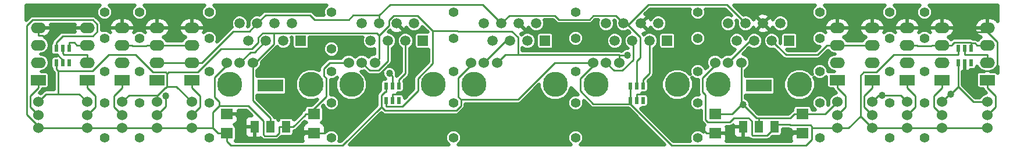
<source format=gbr>
G04 #@! TF.FileFunction,Copper,L1,Top,Signal*
%FSLAX46Y46*%
G04 Gerber Fmt 4.6, Leading zero omitted, Abs format (unit mm)*
G04 Created by KiCad (PCBNEW 0.201601131446+6458~42~ubuntu14.04.1-product) date Mon 18 Jan 2016 18:54:52 CET*
%MOMM*%
G01*
G04 APERTURE LIST*
%ADD10C,0.100000*%
%ADD11C,1.400000*%
%ADD12C,3.649980*%
%ADD13R,1.501140X1.501140*%
%ADD14C,1.501140*%
%ADD15C,1.524000*%
%ADD16R,1.803400X1.600200*%
%ADD17R,2.199640X1.524000*%
%ADD18O,2.199640X1.524000*%
%ADD19R,1.300480X1.800860*%
%ADD20R,3.799840X1.800860*%
%ADD21R,0.599440X1.000760*%
%ADD22C,1.035000*%
%ADD23C,0.254000*%
%ADD24C,0.508000*%
G04 APERTURE END LIST*
D10*
D11*
X44450000Y-112522000D03*
X44450000Y-107442000D03*
X44450000Y-102870000D03*
X44450000Y-98044000D03*
X44450000Y-94234000D03*
X163830000Y-112522000D03*
X163830000Y-107442000D03*
X163830000Y-102870000D03*
X163830000Y-98044000D03*
X163830000Y-94234000D03*
X158750000Y-112522000D03*
X158750000Y-107442000D03*
X158750000Y-102870000D03*
X158750000Y-98044000D03*
X158750000Y-94234000D03*
X148590000Y-112522000D03*
X130810000Y-112522000D03*
X113030000Y-112522000D03*
X95250000Y-112522000D03*
X77470000Y-112522000D03*
X59690000Y-112522000D03*
X148590000Y-107442000D03*
X130810000Y-107442000D03*
X113030000Y-107442000D03*
X95250000Y-107442000D03*
X77470000Y-107442000D03*
X59690000Y-107442000D03*
X148590000Y-102870000D03*
X130810000Y-102870000D03*
X113030000Y-102870000D03*
X95250000Y-102870000D03*
X77470000Y-102870000D03*
X59690000Y-102870000D03*
X148590000Y-98044000D03*
X130810000Y-98044000D03*
X113030000Y-98044000D03*
X95250000Y-98044000D03*
X77470000Y-99615000D03*
X59690000Y-98044000D03*
X148590000Y-94234000D03*
X130810000Y-94234000D03*
X113030000Y-94234000D03*
X95250000Y-94234000D03*
X77470000Y-94234000D03*
X59690000Y-94234000D03*
X49530000Y-112522000D03*
X49530000Y-107442000D03*
X49530000Y-102870000D03*
X49530000Y-98044000D03*
D12*
X80421480Y-104775000D03*
X92290900Y-104775000D03*
D13*
X90805000Y-98425000D03*
D14*
X89535000Y-95885000D03*
X88265000Y-98425000D03*
X86995000Y-95885000D03*
X85725000Y-98425000D03*
X84455000Y-95885000D03*
X83185000Y-98425000D03*
X81915000Y-95885000D03*
D15*
X151130000Y-111125000D03*
X151130000Y-109220000D03*
X156210000Y-107315000D03*
X133350000Y-101600000D03*
X156210000Y-109220000D03*
X161290000Y-107315000D03*
X115570000Y-101600000D03*
X161290000Y-109220000D03*
X166370000Y-107315000D03*
X97790000Y-101600000D03*
X166370000Y-109220000D03*
X172974000Y-107315000D03*
X80010000Y-101600000D03*
X172974000Y-109220000D03*
X52070000Y-107315000D03*
X62230000Y-101600000D03*
X64135000Y-101600000D03*
X137160000Y-101600000D03*
X172974000Y-111125000D03*
X81915000Y-101600000D03*
X119380000Y-101600000D03*
X166370000Y-111125000D03*
X99695000Y-101600000D03*
X83820000Y-101600000D03*
X156210000Y-111125000D03*
X117475000Y-101600000D03*
X57150000Y-107315000D03*
X161290000Y-111125000D03*
X135255000Y-101600000D03*
X101600000Y-101600000D03*
X52070000Y-111125000D03*
X57150000Y-109220000D03*
X66040000Y-101600000D03*
X41910000Y-111125000D03*
X52070000Y-109220000D03*
X151130000Y-107315000D03*
X57150000Y-111125000D03*
X46990000Y-109220000D03*
X46990000Y-107315000D03*
X46990000Y-111125000D03*
X41910000Y-109220000D03*
X41910000Y-107315000D03*
X34798000Y-111125000D03*
X34798000Y-109220000D03*
X34798000Y-107315000D03*
D16*
X74930000Y-109093000D03*
X74930000Y-111887000D03*
X133350000Y-109093000D03*
X133350000Y-111887000D03*
X62230000Y-111887000D03*
X62230000Y-109093000D03*
X146050000Y-109093000D03*
X146050000Y-111887000D03*
D17*
X151130000Y-104140000D03*
D18*
X151130000Y-101600000D03*
X151130000Y-99060000D03*
X151130000Y-96520000D03*
D17*
X156210000Y-104140000D03*
D18*
X156210000Y-101600000D03*
X156210000Y-99060000D03*
X156210000Y-96520000D03*
D17*
X161290000Y-104140000D03*
D18*
X161290000Y-101600000D03*
X161290000Y-99060000D03*
X161290000Y-96520000D03*
D17*
X166370000Y-104140000D03*
D18*
X166370000Y-101600000D03*
X166370000Y-99060000D03*
X166370000Y-96520000D03*
D17*
X172974000Y-104140000D03*
D18*
X172974000Y-101600000D03*
X172974000Y-99060000D03*
X172974000Y-96520000D03*
D17*
X57150000Y-104140000D03*
D18*
X57150000Y-101600000D03*
X57150000Y-99060000D03*
X57150000Y-96520000D03*
D17*
X52070000Y-104140000D03*
D18*
X52070000Y-101600000D03*
X52070000Y-99060000D03*
X52070000Y-96520000D03*
D17*
X46990000Y-104140000D03*
D18*
X46990000Y-101600000D03*
X46990000Y-99060000D03*
X46990000Y-96520000D03*
D17*
X41910000Y-104140000D03*
D18*
X41910000Y-101600000D03*
X41910000Y-99060000D03*
X41910000Y-96520000D03*
D17*
X34798000Y-104140000D03*
D18*
X34798000Y-101600000D03*
X34798000Y-99060000D03*
X34798000Y-96520000D03*
D19*
X137398760Y-110949740D03*
X139700000Y-110949740D03*
X142001240Y-110949740D03*
D20*
X139700000Y-104950260D03*
D19*
X66278760Y-110949740D03*
X68580000Y-110949740D03*
X70881240Y-110949740D03*
D20*
X68580000Y-104950260D03*
D21*
X85407500Y-107101640D03*
X87312500Y-107101640D03*
X86360000Y-107101640D03*
X87312500Y-104988360D03*
X85407500Y-104988360D03*
X86360000Y-104988360D03*
X120967500Y-107101640D03*
X122872500Y-107101640D03*
X121920000Y-107101640D03*
X122872500Y-104988360D03*
X120967500Y-104988360D03*
X121920000Y-104988360D03*
X37401500Y-101640640D03*
X39306500Y-101640640D03*
X38354000Y-101640640D03*
X39306500Y-99527360D03*
X37401500Y-99527360D03*
X38354000Y-99527360D03*
X168719500Y-101640640D03*
X170624500Y-101640640D03*
X169672000Y-101640640D03*
X170624500Y-99527360D03*
X168719500Y-99527360D03*
X169672000Y-99527360D03*
D12*
X62641480Y-104775000D03*
X74510900Y-104775000D03*
D13*
X73025000Y-98425000D03*
D14*
X71755000Y-95885000D03*
X70485000Y-98425000D03*
X69215000Y-95885000D03*
X67945000Y-98425000D03*
X66675000Y-95885000D03*
X65405000Y-98425000D03*
X64135000Y-95885000D03*
D12*
X98201480Y-104775000D03*
X110070900Y-104775000D03*
D13*
X108585000Y-98425000D03*
D14*
X107315000Y-95885000D03*
X106045000Y-98425000D03*
X104775000Y-95885000D03*
X103505000Y-98425000D03*
X102235000Y-95885000D03*
X100965000Y-98425000D03*
X99695000Y-95885000D03*
D12*
X115981480Y-104775000D03*
X127850900Y-104775000D03*
D13*
X126365000Y-98425000D03*
D14*
X125095000Y-95885000D03*
X123825000Y-98425000D03*
X122555000Y-95885000D03*
X121285000Y-98425000D03*
X120015000Y-95885000D03*
X118745000Y-98425000D03*
X117475000Y-95885000D03*
D12*
X133761480Y-104775000D03*
X145630900Y-104775000D03*
D13*
X144145000Y-98425000D03*
D14*
X142875000Y-95885000D03*
X141605000Y-98425000D03*
X140335000Y-95885000D03*
X139065000Y-98425000D03*
X137795000Y-95885000D03*
X136525000Y-98425000D03*
X135255000Y-95885000D03*
D11*
X49530000Y-94234000D03*
D22*
X86614000Y-110744000D03*
X115570000Y-109982000D03*
X126746000Y-109728000D03*
X81788000Y-109220000D03*
X72898000Y-111506000D03*
X73152000Y-107950000D03*
X75184000Y-98552000D03*
X143764000Y-111506000D03*
X143764000Y-108712000D03*
X142748000Y-102108000D03*
X146050000Y-99568000D03*
X53366000Y-106411700D03*
X157664800Y-106356900D03*
X167647700Y-106172000D03*
X120542700Y-100554900D03*
X137434600Y-107706300D03*
X85960000Y-103166800D03*
D23*
X115570000Y-109982000D02*
X114808000Y-110744000D01*
X114808000Y-110744000D02*
X86614000Y-110744000D01*
X128416332Y-108490495D02*
X130708700Y-110782900D01*
X124595700Y-104669800D02*
X128416332Y-108490495D01*
X128416332Y-108490495D02*
X127983505Y-108490495D01*
X127983505Y-108490495D02*
X126746000Y-109728000D01*
X78757900Y-109618900D02*
X76489800Y-111887000D01*
X82851200Y-105525600D02*
X78757900Y-109618900D01*
X78757900Y-109618900D02*
X81389100Y-109618900D01*
X81389100Y-109618900D02*
X81788000Y-109220000D01*
X72898000Y-111506000D02*
X74549000Y-111506000D01*
X74549000Y-111506000D02*
X74930000Y-111887000D01*
X75184000Y-98552000D02*
X72304909Y-101431091D01*
X72304909Y-101431091D02*
X72304909Y-107102909D01*
X72304909Y-107102909D02*
X73152000Y-107950000D01*
X143764000Y-111506000D02*
X145669000Y-111506000D01*
X145669000Y-111506000D02*
X146050000Y-111887000D01*
X142748000Y-107696000D02*
X143764000Y-108712000D01*
X142748000Y-102108000D02*
X142748000Y-107696000D01*
X145959000Y-97028200D02*
X145959000Y-99477000D01*
X145959000Y-99477000D02*
X146050000Y-99568000D01*
X52070000Y-96520000D02*
X57150000Y-96520000D01*
X172974000Y-96520000D02*
X172974000Y-97091600D01*
X168422800Y-97091600D02*
X167851200Y-96520000D01*
X172974000Y-97091600D02*
X168422800Y-97091600D01*
X166370000Y-96520000D02*
X167851200Y-96520000D01*
X169672000Y-101640600D02*
X169672000Y-102522300D01*
X174460000Y-98577600D02*
X172974000Y-97091600D01*
X174460000Y-102097100D02*
X174460000Y-98577600D01*
X173754000Y-102803100D02*
X174460000Y-102097100D01*
X169952800Y-102803100D02*
X173754000Y-102803100D01*
X169672000Y-102522300D02*
X169952800Y-102803100D01*
X34798000Y-96520000D02*
X34798000Y-97663300D01*
X38731900Y-96520000D02*
X36479100Y-98772800D01*
X41910000Y-96520000D02*
X38731900Y-96520000D01*
X35369600Y-97663300D02*
X36479100Y-98772800D01*
X34798000Y-97663300D02*
X35369600Y-97663300D01*
X38354000Y-101231100D02*
X38354000Y-101640600D01*
X37532100Y-100409200D02*
X38354000Y-101231100D01*
X36928000Y-100409200D02*
X37532100Y-100409200D01*
X36479100Y-99960300D02*
X36928000Y-100409200D01*
X36479100Y-98772800D02*
X36479100Y-99960300D01*
X146050000Y-111887000D02*
X144767000Y-111887000D01*
X156210000Y-96520000D02*
X151130000Y-96520000D01*
X63513000Y-109215400D02*
X63513000Y-109093000D01*
X65247300Y-110949700D02*
X63513000Y-109215400D01*
X66278800Y-110949700D02*
X65247300Y-110949700D01*
X62230000Y-109093000D02*
X63513000Y-109093000D01*
X86360000Y-107101600D02*
X86360000Y-106219900D01*
X86995000Y-95885000D02*
X88071600Y-96961500D01*
X88463000Y-96961500D02*
X88071600Y-96961500D01*
X89399300Y-97897800D02*
X88463000Y-96961500D01*
X89399300Y-104284200D02*
X89399300Y-97897800D01*
X87463600Y-106219900D02*
X89399300Y-104284200D01*
X86360000Y-106219900D02*
X87463600Y-106219900D01*
X141478200Y-97028200D02*
X140335000Y-95885000D01*
X145959000Y-97028200D02*
X141478200Y-97028200D01*
X146467200Y-96520000D02*
X145959000Y-97028200D01*
X151130000Y-96520000D02*
X146467200Y-96520000D01*
X76489800Y-111887000D02*
X74930000Y-111887000D01*
X82851200Y-104923400D02*
X82851200Y-105525600D01*
X86995000Y-100779600D02*
X82851200Y-104923400D01*
X86995000Y-98038100D02*
X86995000Y-100779600D01*
X88071600Y-96961500D02*
X86995000Y-98038100D01*
X66833000Y-112785600D02*
X66278800Y-112231400D01*
X72748400Y-112785600D02*
X66833000Y-112785600D01*
X73647000Y-111887000D02*
X72748400Y-112785600D01*
X74930000Y-111887000D02*
X73647000Y-111887000D01*
X66278800Y-110949700D02*
X66278800Y-112231400D01*
X135570300Y-110949700D02*
X134633000Y-111887000D01*
X137398800Y-110949700D02*
X135570300Y-110949700D01*
X143894000Y-112760000D02*
X144767000Y-111887000D01*
X137927400Y-112760000D02*
X143894000Y-112760000D01*
X137398800Y-112231400D02*
X137927400Y-112760000D01*
X137398800Y-110949700D02*
X137398800Y-112231400D01*
X133350000Y-111887000D02*
X134633000Y-111887000D01*
X121920000Y-107101600D02*
X121920000Y-106219900D01*
X133350000Y-111887000D02*
X132067000Y-111887000D01*
X130962900Y-110782900D02*
X132067000Y-111887000D01*
X130708700Y-110782900D02*
X130962900Y-110782900D01*
X123045600Y-106219900D02*
X121920000Y-106219900D01*
X124595700Y-104669800D02*
X123045600Y-106219900D01*
X124957400Y-104308100D02*
X124595700Y-104669800D01*
X124957400Y-97050800D02*
X124957400Y-104308100D01*
X128156400Y-97050800D02*
X124957400Y-97050800D01*
X128260600Y-96946600D02*
X128156400Y-97050800D01*
X134107000Y-96946600D02*
X128260600Y-96946600D01*
X134177400Y-97017000D02*
X134107000Y-96946600D01*
X139203000Y-97017000D02*
X134177400Y-97017000D01*
X140335000Y-95885000D02*
X139203000Y-97017000D01*
X123720800Y-97050800D02*
X122555000Y-95885000D01*
X124957400Y-97050800D02*
X123720800Y-97050800D01*
X152319200Y-108030800D02*
X151130000Y-109220000D01*
X152319200Y-106472500D02*
X152319200Y-108030800D01*
X151130000Y-105283300D02*
X152319200Y-106472500D01*
X151130000Y-104140000D02*
X151130000Y-105283300D01*
X155057600Y-108067600D02*
X156210000Y-109220000D01*
X155057600Y-106435700D02*
X155057600Y-108067600D01*
X156210000Y-105283300D02*
X155057600Y-106435700D01*
X156210000Y-104140000D02*
X156210000Y-105283300D01*
X162484800Y-108025200D02*
X161290000Y-109220000D01*
X162484800Y-106478100D02*
X162484800Y-108025200D01*
X161290000Y-105283300D02*
X162484800Y-106478100D01*
X161290000Y-104140000D02*
X161290000Y-105283300D01*
X165175300Y-108025300D02*
X166370000Y-109220000D01*
X165175300Y-106478000D02*
X165175300Y-108025300D01*
X166370000Y-105283300D02*
X165175300Y-106478000D01*
X166370000Y-104140000D02*
X166370000Y-105283300D01*
X174145700Y-108048300D02*
X172974000Y-109220000D01*
X174145700Y-106455000D02*
X174145700Y-108048300D01*
X172974000Y-105283300D02*
X174145700Y-106455000D01*
X172974000Y-104140000D02*
X172974000Y-105283300D01*
X58344800Y-108025200D02*
X57150000Y-109220000D01*
X58344800Y-106478100D02*
X58344800Y-108025200D01*
X57150000Y-105283300D02*
X58344800Y-106478100D01*
X57150000Y-104140000D02*
X57150000Y-105283300D01*
X53366000Y-107924000D02*
X52070000Y-109220000D01*
X53366000Y-106411700D02*
X53366000Y-107924000D01*
X45795300Y-108025300D02*
X46990000Y-109220000D01*
X45795300Y-106478000D02*
X45795300Y-108025300D01*
X46990000Y-105283300D02*
X45795300Y-106478000D01*
X46990000Y-104140000D02*
X46990000Y-105283300D01*
X43061700Y-108068300D02*
X41910000Y-109220000D01*
X43061700Y-106435000D02*
X43061700Y-108068300D01*
X41910000Y-105283300D02*
X43061700Y-106435000D01*
X41910000Y-104140000D02*
X41910000Y-105283300D01*
X33626300Y-108048300D02*
X34798000Y-109220000D01*
X33626300Y-106455000D02*
X33626300Y-108048300D01*
X34798000Y-105283300D02*
X33626300Y-106455000D01*
X34798000Y-104140000D02*
X34798000Y-105283300D01*
X138430000Y-98425000D02*
X139065000Y-98425000D01*
X135255000Y-101600000D02*
X138430000Y-98425000D01*
X120967500Y-107593300D02*
X115576800Y-107593300D01*
X115576800Y-107593300D02*
X113680898Y-105697398D01*
X113680898Y-105697398D02*
X113680898Y-103895502D01*
X113680898Y-103895502D02*
X115570000Y-102006400D01*
X115570000Y-102006400D02*
X115570000Y-101600000D01*
X115570000Y-101600000D02*
X110016200Y-101600000D01*
X110016200Y-101600000D02*
X104628200Y-106988000D01*
X104628200Y-106988000D02*
X96344700Y-106988000D01*
X147420900Y-110915200D02*
X147420900Y-111125000D01*
X147211200Y-110705500D02*
X147420900Y-110915200D01*
X144293282Y-110705500D02*
X147211200Y-110705500D01*
X144195281Y-110607499D02*
X144293282Y-110705500D01*
X142535901Y-110607499D02*
X144195281Y-110607499D01*
X142193700Y-110949700D02*
X142535901Y-110607499D01*
X161290000Y-111125000D02*
X156210000Y-111125000D01*
X62230000Y-111887000D02*
X60947000Y-111887000D01*
X52070000Y-111125000D02*
X46990000Y-111125000D01*
X46990000Y-111125000D02*
X41910000Y-111125000D01*
X156210000Y-111125000D02*
X154493400Y-109408400D01*
X152776800Y-111125000D02*
X151130000Y-111125000D01*
X154493400Y-109408400D02*
X152776800Y-111125000D01*
X168719500Y-99527400D02*
X168719500Y-100409100D01*
X154493400Y-103437700D02*
X154493400Y-109408400D01*
X154934800Y-102996300D02*
X154493400Y-103437700D01*
X156797200Y-102996300D02*
X154934800Y-102996300D01*
X159384400Y-100409100D02*
X156797200Y-102996300D01*
X168719500Y-100409100D02*
X159384400Y-100409100D01*
X70881200Y-110949700D02*
X69849700Y-110949700D01*
X60947000Y-111887000D02*
X60185000Y-111125000D01*
X60185000Y-111125000D02*
X57150000Y-111125000D01*
X34798000Y-111125000D02*
X35121900Y-111125000D01*
X35121900Y-111125000D02*
X41910000Y-111125000D01*
X38327000Y-97720200D02*
X37401500Y-98645700D01*
X42743500Y-97720200D02*
X38327000Y-97720200D01*
X43392100Y-97071600D02*
X42743500Y-97720200D01*
X43392100Y-96004200D02*
X43392100Y-97071600D01*
X42755800Y-95367900D02*
X43392100Y-96004200D01*
X33944500Y-95367900D02*
X42755800Y-95367900D01*
X33116800Y-96195600D02*
X33944500Y-95367900D01*
X33116800Y-109155800D02*
X33116800Y-96195600D01*
X35086000Y-111125000D02*
X33116800Y-109155800D01*
X35121900Y-111125000D02*
X35086000Y-111125000D01*
X37401500Y-99527400D02*
X37401500Y-98645700D01*
X73647000Y-109215400D02*
X71912700Y-110949700D01*
X73647000Y-109093000D02*
X73647000Y-109215400D01*
X70881200Y-110949700D02*
X71912700Y-110949700D01*
X142001200Y-110949700D02*
X142193700Y-110949700D01*
X120967500Y-104988400D02*
X120967500Y-105870100D01*
X120967500Y-107101600D02*
X120967500Y-106219900D01*
X120967500Y-105870100D02*
X120967500Y-106219900D01*
X62230000Y-111887000D02*
X62230000Y-113068400D01*
X85407500Y-104988400D02*
X85407500Y-105870100D01*
X84726400Y-106380800D02*
X84726400Y-108029800D01*
X85237100Y-105870100D02*
X84726400Y-106380800D01*
X85407500Y-105870100D02*
X85237100Y-105870100D01*
X62816200Y-113654600D02*
X62230000Y-113068400D01*
X79101600Y-113654600D02*
X62816200Y-113654600D01*
X84726400Y-108029800D02*
X79101600Y-113654600D01*
X57150000Y-111125000D02*
X52070000Y-111125000D01*
X65379900Y-107911500D02*
X61125600Y-107911500D01*
X67548400Y-110080000D02*
X65379900Y-107911500D01*
X67548400Y-112054300D02*
X67548400Y-110080000D01*
X67767800Y-112273700D02*
X67548400Y-112054300D01*
X69428300Y-112273700D02*
X67767800Y-112273700D01*
X69849700Y-111852300D02*
X69428300Y-112273700D01*
X69849700Y-110949700D02*
X69849700Y-111852300D01*
X60185000Y-108852100D02*
X60185000Y-111125000D01*
X61125600Y-107911500D02*
X60185000Y-108852100D01*
X161290000Y-111125000D02*
X166370000Y-111125000D01*
X166370000Y-111125000D02*
X172974000Y-111125000D01*
X62230000Y-101962800D02*
X62230000Y-101600000D01*
X60430800Y-103762000D02*
X62230000Y-101962800D01*
X60430800Y-106620200D02*
X60430800Y-103762000D01*
X61125600Y-107315000D02*
X60430800Y-106620200D01*
X61125600Y-107911500D02*
X61125600Y-107315000D01*
X74930000Y-109093000D02*
X74148200Y-109093000D01*
X74148200Y-109093000D02*
X73647000Y-109093000D01*
X77201500Y-101600000D02*
X80010000Y-101600000D01*
X76365000Y-102436500D02*
X77201500Y-101600000D01*
X76365000Y-103508800D02*
X76365000Y-102436500D01*
X76724000Y-103867800D02*
X76365000Y-103508800D01*
X76724000Y-106517200D02*
X76724000Y-103867800D01*
X74148200Y-109093000D02*
X76724000Y-106517200D01*
X133350000Y-101962800D02*
X133350000Y-101600000D01*
X131514700Y-103798100D02*
X133350000Y-101962800D01*
X131514700Y-105878600D02*
X131514700Y-103798100D01*
X131928800Y-106292700D02*
X131514700Y-105878600D01*
X131928800Y-109918700D02*
X131928800Y-106292700D01*
X132284600Y-110274500D02*
X131928800Y-109918700D01*
X135500200Y-110274500D02*
X132284600Y-110274500D01*
X136106800Y-109667900D02*
X135500200Y-110274500D01*
X138214000Y-109667900D02*
X136106800Y-109667900D01*
X138668400Y-110122300D02*
X138214000Y-109667900D01*
X138668400Y-112091300D02*
X138668400Y-110122300D01*
X138808600Y-112231500D02*
X138668400Y-112091300D01*
X140911900Y-112231500D02*
X138808600Y-112231500D01*
X142193700Y-110949700D02*
X140911900Y-112231500D01*
X95954700Y-106598000D02*
X96344700Y-106988000D01*
X95954700Y-103798100D02*
X95954700Y-106598000D01*
X97790000Y-101962800D02*
X95954700Y-103798100D01*
X97790000Y-101600000D02*
X97790000Y-101962800D01*
X85264700Y-108568100D02*
X84726400Y-108029800D01*
X95653000Y-108568100D02*
X85264700Y-108568100D01*
X96344700Y-107876400D02*
X95653000Y-108568100D01*
X96344700Y-106988000D02*
X96344700Y-107876400D01*
X120967500Y-107101600D02*
X120967500Y-107593300D01*
X147420900Y-111125000D02*
X151130000Y-111125000D01*
X127028800Y-113654600D02*
X120967500Y-107593300D01*
X146524000Y-113654600D02*
X127028800Y-113654600D01*
X147420900Y-112757700D02*
X146524000Y-113654600D01*
X147420900Y-111125000D02*
X147420900Y-112757700D01*
X144894300Y-109093000D02*
X146050000Y-109093000D01*
X139700000Y-109668000D02*
X144319300Y-109668000D01*
X144319300Y-109668000D02*
X144894300Y-109093000D01*
X37401500Y-101640600D02*
X37401500Y-102522300D01*
X35941000Y-106172000D02*
X37696000Y-106172000D01*
X34798000Y-107315000D02*
X35941000Y-106172000D01*
X160331900Y-106356900D02*
X157664800Y-106356900D01*
X161290000Y-107315000D02*
X160331900Y-106356900D01*
X157168100Y-106356900D02*
X156210000Y-107315000D01*
X157664800Y-106356900D02*
X157168100Y-106356900D01*
X167513000Y-106172000D02*
X166370000Y-107315000D01*
X167647700Y-106172000D02*
X167513000Y-106172000D01*
X133350000Y-109093000D02*
X134633000Y-109093000D01*
X149352000Y-109093000D02*
X146050000Y-109093000D01*
X151130000Y-107315000D02*
X149352000Y-109093000D01*
X137160000Y-107706300D02*
X137160000Y-101600000D01*
X85407500Y-107101600D02*
X85407500Y-107983300D01*
X135773300Y-109093000D02*
X137160000Y-107706300D01*
X134633000Y-109093000D02*
X135773300Y-109093000D01*
X119407700Y-101572300D02*
X119407700Y-100554900D01*
X119380000Y-101600000D02*
X119407700Y-101572300D01*
X120542700Y-100554900D02*
X119407700Y-100554900D01*
X119295500Y-100442700D02*
X104637000Y-100442700D01*
X119407700Y-100554900D02*
X119295500Y-100442700D01*
X102757300Y-100442700D02*
X101600000Y-101600000D01*
X104637000Y-100442700D02*
X102757300Y-100442700D01*
X68580000Y-110949700D02*
X68580000Y-109668000D01*
X139700000Y-110949700D02*
X139700000Y-109668000D01*
X137160000Y-107706300D02*
X137434600Y-107706300D01*
X139396300Y-109668000D02*
X139700000Y-109668000D01*
X137434600Y-107706300D02*
X139396300Y-109668000D01*
X66040000Y-107128000D02*
X68580000Y-109668000D01*
X66040000Y-101600000D02*
X66040000Y-107128000D01*
X40767000Y-106172000D02*
X41910000Y-107315000D01*
X37696000Y-106172000D02*
X40767000Y-106172000D01*
X37696000Y-106172000D02*
X37696000Y-102816800D01*
X37696000Y-102816800D02*
X37401500Y-102522300D01*
X53327600Y-102996600D02*
X53551100Y-103220100D01*
X51511800Y-102996600D02*
X53327600Y-102996600D01*
X48949900Y-100434700D02*
X51511800Y-102996600D01*
X45090400Y-100434700D02*
X48949900Y-100434700D01*
X42708300Y-102816800D02*
X45090400Y-100434700D01*
X37696000Y-102816800D02*
X42708300Y-102816800D01*
X54894900Y-105059900D02*
X57150000Y-107315000D01*
X53551100Y-105059900D02*
X54894900Y-105059900D01*
X53551100Y-103220100D02*
X53551100Y-105059900D01*
X51967000Y-106330400D02*
X52070000Y-106433400D01*
X47974600Y-106330400D02*
X51967000Y-106330400D01*
X46990000Y-107315000D02*
X47974600Y-106330400D01*
X53220000Y-105283400D02*
X52070000Y-106433400D01*
X53327600Y-105283400D02*
X53220000Y-105283400D01*
X53551100Y-105059900D02*
X53327600Y-105283400D01*
X52070000Y-106433400D02*
X52070000Y-107315000D01*
X104637000Y-97896600D02*
X104637000Y-100442700D01*
X103757400Y-97017000D02*
X104637000Y-97896600D01*
X95877200Y-97017000D02*
X103757400Y-97017000D01*
X95817700Y-96957500D02*
X95877200Y-97017000D01*
X92214600Y-96957500D02*
X95817700Y-96957500D01*
X92214600Y-101731200D02*
X92214600Y-96957500D01*
X90084500Y-103861300D02*
X92214600Y-101731200D01*
X90084500Y-105685500D02*
X90084500Y-103861300D01*
X87786700Y-107983300D02*
X90084500Y-105685500D01*
X85407500Y-107983300D02*
X87786700Y-107983300D01*
X90002600Y-94745500D02*
X92214600Y-96957500D01*
X86533700Y-94745500D02*
X90002600Y-94745500D01*
X85863000Y-95416200D02*
X86533700Y-94745500D01*
X85863000Y-96158700D02*
X85863000Y-95416200D01*
X84406600Y-97615100D02*
X85863000Y-96158700D01*
X84406600Y-101013400D02*
X83820000Y-101600000D01*
X84406600Y-97615200D02*
X84406600Y-101013400D01*
X84406600Y-97615100D02*
X84406600Y-97615200D01*
X84067500Y-97276100D02*
X84406600Y-97615100D01*
X69076900Y-97276100D02*
X84067500Y-97276100D01*
X69076900Y-98893900D02*
X69076900Y-97276100D01*
X66370800Y-101600000D02*
X69076900Y-98893900D01*
X66040000Y-101600000D02*
X66370800Y-101600000D01*
X53801600Y-102969600D02*
X53551100Y-103220100D01*
X58021000Y-102969600D02*
X53801600Y-102969600D01*
X61430200Y-99560400D02*
X58021000Y-102969600D01*
X65905000Y-99560400D02*
X61430200Y-99560400D01*
X66813100Y-98652300D02*
X65905000Y-99560400D01*
X66813100Y-97920600D02*
X66813100Y-98652300D01*
X67457600Y-97276100D02*
X66813100Y-97920600D01*
X69076900Y-97276100D02*
X67457600Y-97276100D01*
X168719500Y-105100200D02*
X167647700Y-106172000D01*
X168719500Y-101640600D02*
X168719500Y-105100200D01*
X170934300Y-107315000D02*
X172974000Y-107315000D01*
X168719500Y-105100200D02*
X170934300Y-107315000D01*
X38354000Y-99527400D02*
X38354000Y-100282000D01*
X41910000Y-101600000D02*
X41910000Y-100456700D01*
X38528700Y-100456700D02*
X38354000Y-100282000D01*
X41910000Y-100456700D02*
X38528700Y-100456700D01*
X103367000Y-94753000D02*
X102235000Y-95885000D01*
X109994600Y-94753000D02*
X103367000Y-94753000D01*
X110565400Y-95323800D02*
X109994600Y-94753000D01*
X115034100Y-95323800D02*
X110565400Y-95323800D01*
X115604900Y-94753000D02*
X115034100Y-95323800D01*
X118883000Y-94753000D02*
X115604900Y-94753000D01*
X120015000Y-95885000D02*
X118883000Y-94753000D01*
X172926400Y-100409100D02*
X172974000Y-100456700D01*
X169672000Y-100409100D02*
X172926400Y-100409100D01*
X169672000Y-99527400D02*
X169672000Y-100409100D01*
X172974000Y-101600000D02*
X172974000Y-100456700D01*
X86360000Y-103566800D02*
X86360000Y-104988400D01*
X85960000Y-103166800D02*
X86360000Y-103566800D01*
X123589700Y-93152600D02*
X120639100Y-96103200D01*
X135062600Y-93152600D02*
X123589700Y-93152600D01*
X137795000Y-95885000D02*
X135062600Y-93152600D01*
X120420900Y-95885000D02*
X120639100Y-96103200D01*
X120015000Y-95885000D02*
X120420900Y-95885000D01*
X121920000Y-101399400D02*
X121920000Y-104988400D01*
X122464100Y-100855300D02*
X121920000Y-101399400D01*
X122464100Y-97928200D02*
X122464100Y-100855300D01*
X120639100Y-96103200D02*
X122464100Y-97928200D01*
X52070000Y-101600000D02*
X57150000Y-101600000D01*
X84455000Y-95885000D02*
X84455000Y-94696300D01*
X99502600Y-93152600D02*
X102235000Y-95885000D01*
X85998700Y-93152600D02*
X99502600Y-93152600D01*
X84455000Y-94696300D02*
X85998700Y-93152600D01*
X67870400Y-94689600D02*
X66675000Y-95885000D01*
X74371200Y-94689600D02*
X67870400Y-94689600D01*
X75020900Y-95339300D02*
X74371200Y-94689600D01*
X80007300Y-95339300D02*
X75020900Y-95339300D01*
X80650300Y-94696300D02*
X80007300Y-95339300D01*
X84455000Y-94696300D02*
X80650300Y-94696300D01*
X63192200Y-97039000D02*
X58631200Y-101600000D01*
X65521000Y-97039000D02*
X63192200Y-97039000D01*
X66675000Y-95885000D02*
X65521000Y-97039000D01*
X57150000Y-101600000D02*
X58631200Y-101600000D01*
X142355569Y-99175569D02*
X141605000Y-98425000D01*
X148242298Y-100466502D02*
X143646502Y-100466502D01*
X151130000Y-99060000D02*
X149648800Y-99060000D01*
X143646502Y-100466502D02*
X142355569Y-99175569D01*
X149648800Y-99060000D02*
X148242298Y-100466502D01*
X172974000Y-99060000D02*
X171492800Y-99060000D01*
X46990000Y-99060000D02*
X48471200Y-99060000D01*
X48536600Y-99125400D02*
X48471200Y-99060000D01*
X50523400Y-99125400D02*
X48536600Y-99125400D01*
X50588800Y-99060000D02*
X50523400Y-99125400D01*
X52070000Y-99060000D02*
X50588800Y-99060000D01*
X162850300Y-99139100D02*
X162771200Y-99060000D01*
X164809700Y-99139100D02*
X162850300Y-99139100D01*
X164888800Y-99060000D02*
X164809700Y-99139100D01*
X166370000Y-99060000D02*
X164888800Y-99060000D01*
X161290000Y-99060000D02*
X162771200Y-99060000D01*
X170624500Y-99527400D02*
X170624500Y-98772800D01*
X167851200Y-98956300D02*
X167851200Y-99060000D01*
X168161800Y-98645700D02*
X167851200Y-98956300D01*
X170497400Y-98645700D02*
X168161800Y-98645700D01*
X170624500Y-98772800D02*
X170497400Y-98645700D01*
X166370000Y-99060000D02*
X167851200Y-99060000D01*
X171205600Y-98772800D02*
X171492800Y-99060000D01*
X170624500Y-98772800D02*
X171205600Y-98772800D01*
X156210000Y-99060000D02*
X151130000Y-99060000D01*
X40014500Y-98645700D02*
X39306500Y-98645700D01*
X40428800Y-99060000D02*
X40014500Y-98645700D01*
X39306500Y-99527400D02*
X39306500Y-98645700D01*
X41910000Y-99060000D02*
X40428800Y-99060000D01*
X57150000Y-99060000D02*
X52070000Y-99060000D01*
X88265000Y-103154200D02*
X87312500Y-104106700D01*
X88265000Y-98425000D02*
X88265000Y-103154200D01*
X87312500Y-104988400D02*
X87312500Y-104106700D01*
X122872500Y-104988400D02*
X122872500Y-104106700D01*
X123825000Y-103154200D02*
X122872500Y-104106700D01*
X123825000Y-98425000D02*
X123825000Y-103154200D01*
X66301200Y-100068800D02*
X67945000Y-98425000D01*
X65666200Y-100068800D02*
X66301200Y-100068800D01*
X64135000Y-101600000D02*
X65666200Y-100068800D01*
X85725000Y-101330600D02*
X85725000Y-98425000D01*
X84311800Y-102743800D02*
X85725000Y-101330600D01*
X83058800Y-102743800D02*
X84311800Y-102743800D01*
X81915000Y-101600000D02*
X83058800Y-102743800D01*
X102870000Y-98425000D02*
X103505000Y-98425000D01*
X99695000Y-101600000D02*
X102870000Y-98425000D01*
X121445000Y-98585000D02*
X121285000Y-98425000D01*
X121445000Y-101155400D02*
X121445000Y-98585000D01*
X119848100Y-102752300D02*
X121445000Y-101155400D01*
X118627300Y-102752300D02*
X119848100Y-102752300D01*
X117475000Y-101600000D02*
X118627300Y-102752300D01*
D24*
G36*
X107737506Y-105237024D02*
X108091934Y-106094806D01*
X108747642Y-106751659D01*
X109604804Y-107107584D01*
X110532924Y-107108394D01*
X111390706Y-106753966D01*
X112047559Y-106098258D01*
X112380917Y-105295443D01*
X113354013Y-106268539D01*
X113271340Y-106234210D01*
X112790768Y-106233791D01*
X112346617Y-106417310D01*
X112006505Y-106756830D01*
X111822210Y-107200660D01*
X111821791Y-107681232D01*
X112005310Y-108125383D01*
X112344830Y-108465495D01*
X112788660Y-108649790D01*
X113269232Y-108650209D01*
X113713383Y-108466690D01*
X114053495Y-108127170D01*
X114237790Y-107683340D01*
X114238209Y-107202768D01*
X114202979Y-107117505D01*
X115127787Y-108042313D01*
X115333796Y-108179964D01*
X115576800Y-108228300D01*
X120704474Y-108228300D01*
X126014174Y-113538000D01*
X113722088Y-113538000D01*
X114053495Y-113207170D01*
X114237790Y-112763340D01*
X114238209Y-112282768D01*
X114054690Y-111838617D01*
X113715170Y-111498505D01*
X113271340Y-111314210D01*
X112790768Y-111313791D01*
X112346617Y-111497310D01*
X112006505Y-111836830D01*
X111822210Y-112280660D01*
X111821791Y-112761232D01*
X112005310Y-113205383D01*
X112337348Y-113538000D01*
X95942088Y-113538000D01*
X96273495Y-113207170D01*
X96457790Y-112763340D01*
X96458209Y-112282768D01*
X96274690Y-111838617D01*
X95935170Y-111498505D01*
X95491340Y-111314210D01*
X95010768Y-111313791D01*
X94566617Y-111497310D01*
X94226505Y-111836830D01*
X94042210Y-112280660D01*
X94041791Y-112761232D01*
X94225310Y-113205383D01*
X94557348Y-113538000D01*
X80116226Y-113538000D01*
X84726400Y-108927826D01*
X84815687Y-109017113D01*
X85021696Y-109154764D01*
X85264700Y-109203100D01*
X95653000Y-109203100D01*
X95896004Y-109154764D01*
X96102013Y-109017113D01*
X96793710Y-108325415D01*
X96793713Y-108325413D01*
X96931364Y-108119404D01*
X96941529Y-108068300D01*
X96979701Y-107876400D01*
X96979700Y-107876395D01*
X96979700Y-107623000D01*
X104628200Y-107623000D01*
X104871204Y-107574664D01*
X105077213Y-107437013D01*
X107737908Y-104776318D01*
X107737506Y-105237024D01*
X107737506Y-105237024D01*
G37*
X107737506Y-105237024D02*
X108091934Y-106094806D01*
X108747642Y-106751659D01*
X109604804Y-107107584D01*
X110532924Y-107108394D01*
X111390706Y-106753966D01*
X112047559Y-106098258D01*
X112380917Y-105295443D01*
X113354013Y-106268539D01*
X113271340Y-106234210D01*
X112790768Y-106233791D01*
X112346617Y-106417310D01*
X112006505Y-106756830D01*
X111822210Y-107200660D01*
X111821791Y-107681232D01*
X112005310Y-108125383D01*
X112344830Y-108465495D01*
X112788660Y-108649790D01*
X113269232Y-108650209D01*
X113713383Y-108466690D01*
X114053495Y-108127170D01*
X114237790Y-107683340D01*
X114238209Y-107202768D01*
X114202979Y-107117505D01*
X115127787Y-108042313D01*
X115333796Y-108179964D01*
X115576800Y-108228300D01*
X120704474Y-108228300D01*
X126014174Y-113538000D01*
X113722088Y-113538000D01*
X114053495Y-113207170D01*
X114237790Y-112763340D01*
X114238209Y-112282768D01*
X114054690Y-111838617D01*
X113715170Y-111498505D01*
X113271340Y-111314210D01*
X112790768Y-111313791D01*
X112346617Y-111497310D01*
X112006505Y-111836830D01*
X111822210Y-112280660D01*
X111821791Y-112761232D01*
X112005310Y-113205383D01*
X112337348Y-113538000D01*
X95942088Y-113538000D01*
X96273495Y-113207170D01*
X96457790Y-112763340D01*
X96458209Y-112282768D01*
X96274690Y-111838617D01*
X95935170Y-111498505D01*
X95491340Y-111314210D01*
X95010768Y-111313791D01*
X94566617Y-111497310D01*
X94226505Y-111836830D01*
X94042210Y-112280660D01*
X94041791Y-112761232D01*
X94225310Y-113205383D01*
X94557348Y-113538000D01*
X80116226Y-113538000D01*
X84726400Y-108927826D01*
X84815687Y-109017113D01*
X85021696Y-109154764D01*
X85264700Y-109203100D01*
X95653000Y-109203100D01*
X95896004Y-109154764D01*
X96102013Y-109017113D01*
X96793710Y-108325415D01*
X96793713Y-108325413D01*
X96931364Y-108119404D01*
X96941529Y-108068300D01*
X96979701Y-107876400D01*
X96979700Y-107876395D01*
X96979700Y-107623000D01*
X104628200Y-107623000D01*
X104871204Y-107574664D01*
X105077213Y-107437013D01*
X107737908Y-104776318D01*
X107737506Y-105237024D01*
G36*
X65856684Y-109286310D02*
X65476750Y-109286310D01*
X65196315Y-109402470D01*
X64981680Y-109617105D01*
X64865520Y-109897540D01*
X64865520Y-110758490D01*
X65056270Y-110949240D01*
X66278260Y-110949240D01*
X66278260Y-110929240D01*
X66279260Y-110929240D01*
X66279260Y-110949240D01*
X66299260Y-110949240D01*
X66299260Y-110950240D01*
X66279260Y-110950240D01*
X66279260Y-112422420D01*
X66470010Y-112613170D01*
X67080770Y-112613170D01*
X67171615Y-112575541D01*
X67318785Y-112722710D01*
X67318787Y-112722713D01*
X67376435Y-112761232D01*
X67524795Y-112860364D01*
X67767800Y-112908700D01*
X69428300Y-112908700D01*
X69671304Y-112860364D01*
X69877313Y-112722713D01*
X70231904Y-112368122D01*
X71531480Y-112368122D01*
X71719733Y-112332700D01*
X71892633Y-112221442D01*
X72008625Y-112051682D01*
X72049432Y-111850170D01*
X72049432Y-111557503D01*
X72155704Y-111536364D01*
X72361713Y-111398713D01*
X73597963Y-110162463D01*
X73657028Y-110254253D01*
X73803333Y-110354219D01*
X73596095Y-110440060D01*
X73381460Y-110654695D01*
X73265300Y-110935130D01*
X73265300Y-111695750D01*
X73456050Y-111886500D01*
X74929500Y-111886500D01*
X74929500Y-111866500D01*
X74930500Y-111866500D01*
X74930500Y-111886500D01*
X74950500Y-111886500D01*
X74950500Y-111887500D01*
X74930500Y-111887500D01*
X74930500Y-111907500D01*
X74929500Y-111907500D01*
X74929500Y-111887500D01*
X73456050Y-111887500D01*
X73265300Y-112078250D01*
X73265300Y-112838870D01*
X73340161Y-113019600D01*
X63519345Y-113019600D01*
X63608845Y-112888612D01*
X63649652Y-112687100D01*
X63649652Y-111140990D01*
X64865520Y-111140990D01*
X64865520Y-112001940D01*
X64981680Y-112282375D01*
X65196315Y-112497010D01*
X65476750Y-112613170D01*
X66087510Y-112613170D01*
X66278260Y-112422420D01*
X66278260Y-110950240D01*
X65056270Y-110950240D01*
X64865520Y-111140990D01*
X63649652Y-111140990D01*
X63649652Y-111086900D01*
X63614230Y-110898647D01*
X63502972Y-110725747D01*
X63356667Y-110625781D01*
X63563905Y-110539940D01*
X63778540Y-110325305D01*
X63894700Y-110044870D01*
X63894700Y-109284250D01*
X63703950Y-109093500D01*
X62230500Y-109093500D01*
X62230500Y-109113500D01*
X62229500Y-109113500D01*
X62229500Y-109093500D01*
X62209500Y-109093500D01*
X62209500Y-109092500D01*
X62229500Y-109092500D01*
X62229500Y-109072500D01*
X62230500Y-109072500D01*
X62230500Y-109092500D01*
X63703950Y-109092500D01*
X63894700Y-108901750D01*
X63894700Y-108546500D01*
X65116874Y-108546500D01*
X65856684Y-109286310D01*
X65856684Y-109286310D01*
G37*
X65856684Y-109286310D02*
X65476750Y-109286310D01*
X65196315Y-109402470D01*
X64981680Y-109617105D01*
X64865520Y-109897540D01*
X64865520Y-110758490D01*
X65056270Y-110949240D01*
X66278260Y-110949240D01*
X66278260Y-110929240D01*
X66279260Y-110929240D01*
X66279260Y-110949240D01*
X66299260Y-110949240D01*
X66299260Y-110950240D01*
X66279260Y-110950240D01*
X66279260Y-112422420D01*
X66470010Y-112613170D01*
X67080770Y-112613170D01*
X67171615Y-112575541D01*
X67318785Y-112722710D01*
X67318787Y-112722713D01*
X67376435Y-112761232D01*
X67524795Y-112860364D01*
X67767800Y-112908700D01*
X69428300Y-112908700D01*
X69671304Y-112860364D01*
X69877313Y-112722713D01*
X70231904Y-112368122D01*
X71531480Y-112368122D01*
X71719733Y-112332700D01*
X71892633Y-112221442D01*
X72008625Y-112051682D01*
X72049432Y-111850170D01*
X72049432Y-111557503D01*
X72155704Y-111536364D01*
X72361713Y-111398713D01*
X73597963Y-110162463D01*
X73657028Y-110254253D01*
X73803333Y-110354219D01*
X73596095Y-110440060D01*
X73381460Y-110654695D01*
X73265300Y-110935130D01*
X73265300Y-111695750D01*
X73456050Y-111886500D01*
X74929500Y-111886500D01*
X74929500Y-111866500D01*
X74930500Y-111866500D01*
X74930500Y-111886500D01*
X74950500Y-111886500D01*
X74950500Y-111887500D01*
X74930500Y-111887500D01*
X74930500Y-111907500D01*
X74929500Y-111907500D01*
X74929500Y-111887500D01*
X73456050Y-111887500D01*
X73265300Y-112078250D01*
X73265300Y-112838870D01*
X73340161Y-113019600D01*
X63519345Y-113019600D01*
X63608845Y-112888612D01*
X63649652Y-112687100D01*
X63649652Y-111140990D01*
X64865520Y-111140990D01*
X64865520Y-112001940D01*
X64981680Y-112282375D01*
X65196315Y-112497010D01*
X65476750Y-112613170D01*
X66087510Y-112613170D01*
X66278260Y-112422420D01*
X66278260Y-110950240D01*
X65056270Y-110950240D01*
X64865520Y-111140990D01*
X63649652Y-111140990D01*
X63649652Y-111086900D01*
X63614230Y-110898647D01*
X63502972Y-110725747D01*
X63356667Y-110625781D01*
X63563905Y-110539940D01*
X63778540Y-110325305D01*
X63894700Y-110044870D01*
X63894700Y-109284250D01*
X63703950Y-109093500D01*
X62230500Y-109093500D01*
X62230500Y-109113500D01*
X62229500Y-109113500D01*
X62229500Y-109093500D01*
X62209500Y-109093500D01*
X62209500Y-109092500D01*
X62229500Y-109092500D01*
X62229500Y-109072500D01*
X62230500Y-109072500D01*
X62230500Y-109092500D01*
X63703950Y-109092500D01*
X63894700Y-108901750D01*
X63894700Y-108546500D01*
X65116874Y-108546500D01*
X65856684Y-109286310D01*
G36*
X135985520Y-110758490D02*
X136176270Y-110949240D01*
X137398260Y-110949240D01*
X137398260Y-110929240D01*
X137399260Y-110929240D01*
X137399260Y-110949240D01*
X137419260Y-110949240D01*
X137419260Y-110950240D01*
X137399260Y-110950240D01*
X137399260Y-112422420D01*
X137590010Y-112613170D01*
X138200770Y-112613170D01*
X138265452Y-112586378D01*
X138359587Y-112680513D01*
X138565596Y-112818164D01*
X138808600Y-112866500D01*
X140911900Y-112866500D01*
X141154904Y-112818164D01*
X141360913Y-112680513D01*
X141673304Y-112368122D01*
X142651480Y-112368122D01*
X142839733Y-112332700D01*
X143012633Y-112221442D01*
X143128625Y-112051682D01*
X143169432Y-111850170D01*
X143169432Y-111242499D01*
X143975949Y-111242499D01*
X144050277Y-111292164D01*
X144293282Y-111340500D01*
X144385300Y-111340500D01*
X144385300Y-111695750D01*
X144576050Y-111886500D01*
X146049500Y-111886500D01*
X146049500Y-111866500D01*
X146050500Y-111866500D01*
X146050500Y-111886500D01*
X146070500Y-111886500D01*
X146070500Y-111887500D01*
X146050500Y-111887500D01*
X146050500Y-111907500D01*
X146049500Y-111907500D01*
X146049500Y-111887500D01*
X144576050Y-111887500D01*
X144385300Y-112078250D01*
X144385300Y-112838870D01*
X144460161Y-113019600D01*
X134939839Y-113019600D01*
X135014700Y-112838870D01*
X135014700Y-112078250D01*
X134823950Y-111887500D01*
X133350500Y-111887500D01*
X133350500Y-111907500D01*
X133349500Y-111907500D01*
X133349500Y-111887500D01*
X133329500Y-111887500D01*
X133329500Y-111886500D01*
X133349500Y-111886500D01*
X133349500Y-111866500D01*
X133350500Y-111866500D01*
X133350500Y-111886500D01*
X134823950Y-111886500D01*
X135014700Y-111695750D01*
X135014700Y-111140990D01*
X135985520Y-111140990D01*
X135985520Y-112001940D01*
X136101680Y-112282375D01*
X136316315Y-112497010D01*
X136596750Y-112613170D01*
X137207510Y-112613170D01*
X137398260Y-112422420D01*
X137398260Y-110950240D01*
X136176270Y-110950240D01*
X135985520Y-111140990D01*
X135014700Y-111140990D01*
X135014700Y-110935130D01*
X135004084Y-110909500D01*
X135500200Y-110909500D01*
X135743204Y-110861164D01*
X135949213Y-110723513D01*
X135985520Y-110687206D01*
X135985520Y-110758490D01*
X135985520Y-110758490D01*
G37*
X135985520Y-110758490D02*
X136176270Y-110949240D01*
X137398260Y-110949240D01*
X137398260Y-110929240D01*
X137399260Y-110929240D01*
X137399260Y-110949240D01*
X137419260Y-110949240D01*
X137419260Y-110950240D01*
X137399260Y-110950240D01*
X137399260Y-112422420D01*
X137590010Y-112613170D01*
X138200770Y-112613170D01*
X138265452Y-112586378D01*
X138359587Y-112680513D01*
X138565596Y-112818164D01*
X138808600Y-112866500D01*
X140911900Y-112866500D01*
X141154904Y-112818164D01*
X141360913Y-112680513D01*
X141673304Y-112368122D01*
X142651480Y-112368122D01*
X142839733Y-112332700D01*
X143012633Y-112221442D01*
X143128625Y-112051682D01*
X143169432Y-111850170D01*
X143169432Y-111242499D01*
X143975949Y-111242499D01*
X144050277Y-111292164D01*
X144293282Y-111340500D01*
X144385300Y-111340500D01*
X144385300Y-111695750D01*
X144576050Y-111886500D01*
X146049500Y-111886500D01*
X146049500Y-111866500D01*
X146050500Y-111866500D01*
X146050500Y-111886500D01*
X146070500Y-111886500D01*
X146070500Y-111887500D01*
X146050500Y-111887500D01*
X146050500Y-111907500D01*
X146049500Y-111907500D01*
X146049500Y-111887500D01*
X144576050Y-111887500D01*
X144385300Y-112078250D01*
X144385300Y-112838870D01*
X144460161Y-113019600D01*
X134939839Y-113019600D01*
X135014700Y-112838870D01*
X135014700Y-112078250D01*
X134823950Y-111887500D01*
X133350500Y-111887500D01*
X133350500Y-111907500D01*
X133349500Y-111907500D01*
X133349500Y-111887500D01*
X133329500Y-111887500D01*
X133329500Y-111886500D01*
X133349500Y-111886500D01*
X133349500Y-111866500D01*
X133350500Y-111866500D01*
X133350500Y-111886500D01*
X134823950Y-111886500D01*
X135014700Y-111695750D01*
X135014700Y-111140990D01*
X135985520Y-111140990D01*
X135985520Y-112001940D01*
X136101680Y-112282375D01*
X136316315Y-112497010D01*
X136596750Y-112613170D01*
X137207510Y-112613170D01*
X137398260Y-112422420D01*
X137398260Y-110950240D01*
X136176270Y-110950240D01*
X135985520Y-111140990D01*
X135014700Y-111140990D01*
X135014700Y-110935130D01*
X135004084Y-110909500D01*
X135500200Y-110909500D01*
X135743204Y-110861164D01*
X135949213Y-110723513D01*
X135985520Y-110687206D01*
X135985520Y-110758490D01*
G36*
X82609785Y-103192810D02*
X82609787Y-103192813D01*
X82711082Y-103260496D01*
X82815795Y-103330464D01*
X83058800Y-103378800D01*
X84311800Y-103378800D01*
X84554804Y-103330464D01*
X84760813Y-103192813D01*
X84934628Y-103018998D01*
X84934322Y-103369890D01*
X85090116Y-103746940D01*
X85312815Y-103970028D01*
X85107780Y-103970028D01*
X84919527Y-104005450D01*
X84746627Y-104116708D01*
X84630635Y-104286468D01*
X84589828Y-104487980D01*
X84589828Y-105488740D01*
X84610511Y-105598663D01*
X84277387Y-105931787D01*
X84139736Y-106137796D01*
X84091400Y-106380800D01*
X84091400Y-107766775D01*
X78838574Y-113019600D01*
X78571381Y-113019600D01*
X78677790Y-112763340D01*
X78678209Y-112282768D01*
X78494690Y-111838617D01*
X78155170Y-111498505D01*
X77711340Y-111314210D01*
X77230768Y-111313791D01*
X76786617Y-111497310D01*
X76594700Y-111688893D01*
X76594700Y-110935130D01*
X76478540Y-110654695D01*
X76263905Y-110440060D01*
X76054574Y-110353352D01*
X76192853Y-110264372D01*
X76308845Y-110094612D01*
X76349652Y-109893100D01*
X76349652Y-108292900D01*
X76314230Y-108104647D01*
X76204737Y-107934489D01*
X76319157Y-107820069D01*
X76445310Y-108125383D01*
X76784830Y-108465495D01*
X77228660Y-108649790D01*
X77709232Y-108650209D01*
X78153383Y-108466690D01*
X78493495Y-108127170D01*
X78677790Y-107683340D01*
X78678209Y-107202768D01*
X78494690Y-106758617D01*
X78155170Y-106418505D01*
X77711340Y-106234210D01*
X77359000Y-106233903D01*
X77359000Y-104077904D01*
X77709232Y-104078209D01*
X78153383Y-103894690D01*
X78337008Y-103711385D01*
X78088896Y-104308904D01*
X78088086Y-105237024D01*
X78442514Y-106094806D01*
X79098222Y-106751659D01*
X79955384Y-107107584D01*
X80883504Y-107108394D01*
X81741286Y-106753966D01*
X82398139Y-106098258D01*
X82754064Y-105241096D01*
X82754874Y-104312976D01*
X82400446Y-103455194D01*
X81816186Y-102869914D01*
X82166510Y-102870220D01*
X82251909Y-102834934D01*
X82609785Y-103192810D01*
X82609785Y-103192810D01*
G37*
X82609785Y-103192810D02*
X82609787Y-103192813D01*
X82711082Y-103260496D01*
X82815795Y-103330464D01*
X83058800Y-103378800D01*
X84311800Y-103378800D01*
X84554804Y-103330464D01*
X84760813Y-103192813D01*
X84934628Y-103018998D01*
X84934322Y-103369890D01*
X85090116Y-103746940D01*
X85312815Y-103970028D01*
X85107780Y-103970028D01*
X84919527Y-104005450D01*
X84746627Y-104116708D01*
X84630635Y-104286468D01*
X84589828Y-104487980D01*
X84589828Y-105488740D01*
X84610511Y-105598663D01*
X84277387Y-105931787D01*
X84139736Y-106137796D01*
X84091400Y-106380800D01*
X84091400Y-107766775D01*
X78838574Y-113019600D01*
X78571381Y-113019600D01*
X78677790Y-112763340D01*
X78678209Y-112282768D01*
X78494690Y-111838617D01*
X78155170Y-111498505D01*
X77711340Y-111314210D01*
X77230768Y-111313791D01*
X76786617Y-111497310D01*
X76594700Y-111688893D01*
X76594700Y-110935130D01*
X76478540Y-110654695D01*
X76263905Y-110440060D01*
X76054574Y-110353352D01*
X76192853Y-110264372D01*
X76308845Y-110094612D01*
X76349652Y-109893100D01*
X76349652Y-108292900D01*
X76314230Y-108104647D01*
X76204737Y-107934489D01*
X76319157Y-107820069D01*
X76445310Y-108125383D01*
X76784830Y-108465495D01*
X77228660Y-108649790D01*
X77709232Y-108650209D01*
X78153383Y-108466690D01*
X78493495Y-108127170D01*
X78677790Y-107683340D01*
X78678209Y-107202768D01*
X78494690Y-106758617D01*
X78155170Y-106418505D01*
X77711340Y-106234210D01*
X77359000Y-106233903D01*
X77359000Y-104077904D01*
X77709232Y-104078209D01*
X78153383Y-103894690D01*
X78337008Y-103711385D01*
X78088896Y-104308904D01*
X78088086Y-105237024D01*
X78442514Y-106094806D01*
X79098222Y-106751659D01*
X79955384Y-107107584D01*
X80883504Y-107108394D01*
X81741286Y-106753966D01*
X82398139Y-106098258D01*
X82754064Y-105241096D01*
X82754874Y-104312976D01*
X82400446Y-103455194D01*
X81816186Y-102869914D01*
X82166510Y-102870220D01*
X82251909Y-102834934D01*
X82609785Y-103192810D01*
G36*
X147566505Y-93548830D02*
X147382210Y-93992660D01*
X147381791Y-94473232D01*
X147565310Y-94917383D01*
X147904830Y-95257495D01*
X148348660Y-95441790D01*
X148829232Y-95442209D01*
X149273383Y-95258690D01*
X149613495Y-94919170D01*
X149797790Y-94475340D01*
X149798209Y-93994768D01*
X149614690Y-93550617D01*
X149282652Y-93218000D01*
X158057912Y-93218000D01*
X157726505Y-93548830D01*
X157542210Y-93992660D01*
X157541791Y-94473232D01*
X157725310Y-94917383D01*
X158064830Y-95257495D01*
X158508660Y-95441790D01*
X158989232Y-95442209D01*
X159433383Y-95258690D01*
X159773495Y-94919170D01*
X159957790Y-94475340D01*
X159958209Y-93994768D01*
X159774690Y-93550617D01*
X159442652Y-93218000D01*
X163137912Y-93218000D01*
X162806505Y-93548830D01*
X162622210Y-93992660D01*
X162621791Y-94473232D01*
X162805310Y-94917383D01*
X163144830Y-95257495D01*
X163588660Y-95441790D01*
X164069232Y-95442209D01*
X164513383Y-95258690D01*
X164853495Y-94919170D01*
X165037790Y-94475340D01*
X165038209Y-93994768D01*
X164854690Y-93550617D01*
X164522652Y-93218000D01*
X174498000Y-93218000D01*
X174498000Y-95602999D01*
X174390511Y-95442016D01*
X173895874Y-95111275D01*
X173312320Y-94995000D01*
X172974500Y-94995000D01*
X172974500Y-96519500D01*
X172994500Y-96519500D01*
X172994500Y-96520500D01*
X172974500Y-96520500D01*
X172974500Y-96540500D01*
X172973500Y-96540500D01*
X172973500Y-96520500D01*
X171301930Y-96520500D01*
X171130033Y-96759056D01*
X171227073Y-97103130D01*
X171557489Y-97597984D01*
X172052126Y-97928725D01*
X172054908Y-97929279D01*
X171706655Y-98161974D01*
X171615844Y-98297882D01*
X171448604Y-98186136D01*
X171205600Y-98137800D01*
X170858282Y-98137800D01*
X170740404Y-98059036D01*
X170497400Y-98010700D01*
X168161800Y-98010700D01*
X167918796Y-98059036D01*
X167712787Y-98196687D01*
X167681467Y-98228007D01*
X167637345Y-98161974D01*
X167289092Y-97929279D01*
X167291874Y-97928725D01*
X167786511Y-97597984D01*
X168116927Y-97103130D01*
X168213967Y-96759056D01*
X168042070Y-96520500D01*
X166370500Y-96520500D01*
X166370500Y-96540500D01*
X166369500Y-96540500D01*
X166369500Y-96520500D01*
X164697930Y-96520500D01*
X164526033Y-96759056D01*
X164623073Y-97103130D01*
X164674424Y-97180036D01*
X164515170Y-97020505D01*
X164071340Y-96836210D01*
X163590768Y-96835791D01*
X163146617Y-97019310D01*
X162985508Y-97180138D01*
X163036927Y-97103130D01*
X163133967Y-96759056D01*
X162962070Y-96520500D01*
X161290500Y-96520500D01*
X161290500Y-96540500D01*
X161289500Y-96540500D01*
X161289500Y-96520500D01*
X159617930Y-96520500D01*
X159446033Y-96759056D01*
X159543073Y-97103130D01*
X159594424Y-97180036D01*
X159435170Y-97020505D01*
X158991340Y-96836210D01*
X158510768Y-96835791D01*
X158066617Y-97019310D01*
X157905508Y-97180138D01*
X157956927Y-97103130D01*
X158053967Y-96759056D01*
X157882070Y-96520500D01*
X156210500Y-96520500D01*
X156210500Y-96540500D01*
X156209500Y-96540500D01*
X156209500Y-96520500D01*
X154537930Y-96520500D01*
X154366033Y-96759056D01*
X154463073Y-97103130D01*
X154793489Y-97597984D01*
X155288126Y-97928725D01*
X155290908Y-97929279D01*
X154942655Y-98161974D01*
X154766907Y-98425000D01*
X152573093Y-98425000D01*
X152397345Y-98161974D01*
X152049092Y-97929279D01*
X152051874Y-97928725D01*
X152546511Y-97597984D01*
X152876927Y-97103130D01*
X152973967Y-96759056D01*
X152802070Y-96520500D01*
X151130500Y-96520500D01*
X151130500Y-96540500D01*
X151129500Y-96540500D01*
X151129500Y-96520500D01*
X149457930Y-96520500D01*
X149286033Y-96759056D01*
X149383073Y-97103130D01*
X149434424Y-97180036D01*
X149275170Y-97020505D01*
X148831340Y-96836210D01*
X148350768Y-96835791D01*
X147906617Y-97019310D01*
X147566505Y-97358830D01*
X147382210Y-97802660D01*
X147381791Y-98283232D01*
X147565310Y-98727383D01*
X147904830Y-99067495D01*
X148348660Y-99251790D01*
X148558801Y-99251973D01*
X147979272Y-99831502D01*
X143909528Y-99831502D01*
X143771548Y-99693522D01*
X144895570Y-99693522D01*
X145083823Y-99658100D01*
X145256723Y-99546842D01*
X145372715Y-99377082D01*
X145413522Y-99175570D01*
X145413522Y-97674430D01*
X145378100Y-97486177D01*
X145266842Y-97313277D01*
X145097082Y-97197285D01*
X144895570Y-97156478D01*
X143394430Y-97156478D01*
X143206177Y-97191900D01*
X143033277Y-97303158D01*
X142917285Y-97472918D01*
X142876478Y-97674430D01*
X142876478Y-98798452D01*
X142831405Y-98753379D01*
X142863351Y-98676443D01*
X142863788Y-98175753D01*
X142672586Y-97713009D01*
X142318854Y-97358658D01*
X141856443Y-97166649D01*
X141355753Y-97166212D01*
X140893009Y-97357414D01*
X140538658Y-97711146D01*
X140346649Y-98173557D01*
X140346212Y-98674247D01*
X140537414Y-99136991D01*
X140891146Y-99491342D01*
X141353557Y-99683351D01*
X141854247Y-99683788D01*
X141933157Y-99651183D01*
X143197489Y-100915515D01*
X143403498Y-101053166D01*
X143646502Y-101101502D01*
X148242298Y-101101502D01*
X148485302Y-101053166D01*
X148691311Y-100915515D01*
X149776997Y-99829829D01*
X149862655Y-99958026D01*
X150274673Y-100233327D01*
X150760681Y-100330000D01*
X150274673Y-100426673D01*
X149862655Y-100701974D01*
X149587354Y-101113992D01*
X149490681Y-101600000D01*
X149587354Y-102086008D01*
X149862655Y-102498026D01*
X150274673Y-102773327D01*
X150710649Y-102860048D01*
X150030180Y-102860048D01*
X149841927Y-102895470D01*
X149797954Y-102923766D01*
X149798209Y-102630768D01*
X149614690Y-102186617D01*
X149275170Y-101846505D01*
X148831340Y-101662210D01*
X148350768Y-101661791D01*
X147906617Y-101845310D01*
X147566505Y-102184830D01*
X147382210Y-102628660D01*
X147381791Y-103109232D01*
X147464620Y-103309695D01*
X146954158Y-102798341D01*
X146096996Y-102442416D01*
X145168876Y-102441606D01*
X144311094Y-102796034D01*
X143654241Y-103451742D01*
X143298316Y-104308904D01*
X143297506Y-105237024D01*
X143651934Y-106094806D01*
X144307642Y-106751659D01*
X145164804Y-107107584D01*
X146092924Y-107108394D01*
X146950706Y-106753966D01*
X147607559Y-106098258D01*
X147963484Y-105241096D01*
X147964294Y-104312976D01*
X147710556Y-103698882D01*
X147904830Y-103893495D01*
X148348660Y-104077790D01*
X148829232Y-104078209D01*
X149273383Y-103894690D01*
X149512228Y-103656261D01*
X149512228Y-104902000D01*
X149547650Y-105090253D01*
X149658908Y-105263153D01*
X149828668Y-105379145D01*
X150030180Y-105419952D01*
X150522181Y-105419952D01*
X150543336Y-105526304D01*
X150680987Y-105732313D01*
X150993554Y-106044880D01*
X150878490Y-106044780D01*
X150411542Y-106237718D01*
X150053974Y-106594663D01*
X149860221Y-107061273D01*
X149859780Y-107566510D01*
X149895066Y-107651908D01*
X149751034Y-107795940D01*
X149797790Y-107683340D01*
X149798209Y-107202768D01*
X149614690Y-106758617D01*
X149275170Y-106418505D01*
X148831340Y-106234210D01*
X148350768Y-106233791D01*
X147906617Y-106417310D01*
X147566505Y-106756830D01*
X147382210Y-107200660D01*
X147381791Y-107681232D01*
X147565310Y-108125383D01*
X147897348Y-108458000D01*
X147469652Y-108458000D01*
X147469652Y-108292900D01*
X147434230Y-108104647D01*
X147322972Y-107931747D01*
X147153212Y-107815755D01*
X146951700Y-107774948D01*
X145148300Y-107774948D01*
X144960047Y-107810370D01*
X144787147Y-107921628D01*
X144671155Y-108091388D01*
X144630348Y-108292900D01*
X144630348Y-108520333D01*
X144445287Y-108643987D01*
X144056274Y-109033000D01*
X139659326Y-109033000D01*
X138459990Y-107833664D01*
X138460278Y-107503210D01*
X138304484Y-107126160D01*
X138016258Y-106837430D01*
X137795000Y-106745556D01*
X137795000Y-106367613D01*
X137800080Y-106368642D01*
X141599920Y-106368642D01*
X141788173Y-106333220D01*
X141961073Y-106221962D01*
X142077065Y-106052202D01*
X142117872Y-105850690D01*
X142117872Y-104049830D01*
X142082450Y-103861577D01*
X141971192Y-103688677D01*
X141801432Y-103572685D01*
X141599920Y-103531878D01*
X137800080Y-103531878D01*
X137795000Y-103532834D01*
X137795000Y-102711766D01*
X137878458Y-102677282D01*
X138236026Y-102320337D01*
X138429779Y-101853727D01*
X138430220Y-101348490D01*
X138237282Y-100881542D01*
X137880337Y-100523974D01*
X137420141Y-100332885D01*
X138306454Y-99446572D01*
X138351146Y-99491342D01*
X138813557Y-99683351D01*
X139314247Y-99683788D01*
X139776991Y-99492586D01*
X140131342Y-99138854D01*
X140323351Y-98676443D01*
X140323788Y-98175753D01*
X140132586Y-97713009D01*
X139778854Y-97358658D01*
X139316443Y-97166649D01*
X138815753Y-97166212D01*
X138353009Y-97357414D01*
X137998658Y-97711146D01*
X137823146Y-98133828D01*
X137783037Y-98173937D01*
X137592586Y-97713009D01*
X137238854Y-97358658D01*
X136776443Y-97166649D01*
X136275753Y-97166212D01*
X135813009Y-97357414D01*
X135458658Y-97711146D01*
X135266649Y-98173557D01*
X135266212Y-98674247D01*
X135457414Y-99136991D01*
X135811146Y-99491342D01*
X136273557Y-99683351D01*
X136273623Y-99683351D01*
X135592124Y-100364850D01*
X135508727Y-100330221D01*
X135003490Y-100329780D01*
X134536542Y-100522718D01*
X134302405Y-100756447D01*
X134070337Y-100523974D01*
X133603727Y-100330221D01*
X133098490Y-100329780D01*
X132631542Y-100522718D01*
X132273974Y-100879663D01*
X132080221Y-101346273D01*
X132079780Y-101851510D01*
X132221141Y-102193633D01*
X131949732Y-102465042D01*
X131834690Y-102186617D01*
X131495170Y-101846505D01*
X131051340Y-101662210D01*
X130570768Y-101661791D01*
X130126617Y-101845310D01*
X129786505Y-102184830D01*
X129602210Y-102628660D01*
X129601791Y-103109232D01*
X129684620Y-103309695D01*
X129174158Y-102798341D01*
X128316996Y-102442416D01*
X127388876Y-102441606D01*
X126531094Y-102796034D01*
X125874241Y-103451742D01*
X125518316Y-104308904D01*
X125517506Y-105237024D01*
X125871934Y-106094806D01*
X126527642Y-106751659D01*
X127384804Y-107107584D01*
X128312924Y-107108394D01*
X129170706Y-106753966D01*
X129827559Y-106098258D01*
X130183484Y-105241096D01*
X130184294Y-104312976D01*
X129930556Y-103698882D01*
X130124830Y-103893495D01*
X130568660Y-104077790D01*
X130879700Y-104078061D01*
X130879700Y-105878600D01*
X130928036Y-106121604D01*
X131003249Y-106234168D01*
X130570768Y-106233791D01*
X130126617Y-106417310D01*
X129786505Y-106756830D01*
X129602210Y-107200660D01*
X129601791Y-107681232D01*
X129785310Y-108125383D01*
X130124830Y-108465495D01*
X130568660Y-108649790D01*
X131049232Y-108650209D01*
X131293800Y-108549156D01*
X131293800Y-109918700D01*
X131342136Y-110161704D01*
X131479787Y-110367713D01*
X131791299Y-110679225D01*
X131685300Y-110935130D01*
X131685300Y-111688967D01*
X131495170Y-111498505D01*
X131051340Y-111314210D01*
X130570768Y-111313791D01*
X130126617Y-111497310D01*
X129786505Y-111836830D01*
X129602210Y-112280660D01*
X129601791Y-112761232D01*
X129708546Y-113019600D01*
X127291826Y-113019600D01*
X122559408Y-108287182D01*
X122651925Y-108248860D01*
X122780813Y-108119972D01*
X123172220Y-108119972D01*
X123360473Y-108084550D01*
X123533373Y-107973292D01*
X123649365Y-107803532D01*
X123690172Y-107602020D01*
X123690172Y-106601260D01*
X123654750Y-106413007D01*
X123543492Y-106240107D01*
X123373732Y-106124115D01*
X123172220Y-106083308D01*
X122780813Y-106083308D01*
X122704197Y-106006692D01*
X123172220Y-106006692D01*
X123360473Y-105971270D01*
X123533373Y-105860012D01*
X123649365Y-105690252D01*
X123690172Y-105488740D01*
X123690172Y-104487980D01*
X123654750Y-104299727D01*
X123624503Y-104252723D01*
X124274013Y-103603213D01*
X124411664Y-103397205D01*
X124460000Y-103154200D01*
X124460000Y-99524398D01*
X124536991Y-99492586D01*
X124891342Y-99138854D01*
X125083351Y-98676443D01*
X125083788Y-98175753D01*
X124892586Y-97713009D01*
X124854075Y-97674430D01*
X125096478Y-97674430D01*
X125096478Y-99175570D01*
X125131900Y-99363823D01*
X125243158Y-99536723D01*
X125412918Y-99652715D01*
X125614430Y-99693522D01*
X127115570Y-99693522D01*
X127303823Y-99658100D01*
X127476723Y-99546842D01*
X127592715Y-99377082D01*
X127633522Y-99175570D01*
X127633522Y-98283232D01*
X129601791Y-98283232D01*
X129785310Y-98727383D01*
X130124830Y-99067495D01*
X130568660Y-99251790D01*
X131049232Y-99252209D01*
X131493383Y-99068690D01*
X131833495Y-98729170D01*
X132017790Y-98285340D01*
X132018209Y-97804768D01*
X131834690Y-97360617D01*
X131495170Y-97020505D01*
X131051340Y-96836210D01*
X130570768Y-96835791D01*
X130126617Y-97019310D01*
X129786505Y-97358830D01*
X129602210Y-97802660D01*
X129601791Y-98283232D01*
X127633522Y-98283232D01*
X127633522Y-97674430D01*
X127598100Y-97486177D01*
X127486842Y-97313277D01*
X127317082Y-97197285D01*
X127115570Y-97156478D01*
X125614430Y-97156478D01*
X125426177Y-97191900D01*
X125253277Y-97303158D01*
X125137285Y-97472918D01*
X125096478Y-97674430D01*
X124854075Y-97674430D01*
X124538854Y-97358658D01*
X124076443Y-97166649D01*
X123575753Y-97166212D01*
X123113009Y-97357414D01*
X122944287Y-97525842D01*
X122913113Y-97479187D01*
X122830622Y-97396696D01*
X123361758Y-97200554D01*
X123461679Y-97133787D01*
X123510989Y-96841696D01*
X122555000Y-95885707D01*
X122540858Y-95899850D01*
X122540151Y-95899143D01*
X122554293Y-95885000D01*
X122555707Y-95885000D01*
X123511696Y-96840989D01*
X123803787Y-96791679D01*
X123964073Y-96443695D01*
X124027414Y-96596991D01*
X124381146Y-96951342D01*
X124843557Y-97143351D01*
X125344247Y-97143788D01*
X125806991Y-96952586D01*
X126161342Y-96598854D01*
X126353351Y-96136443D01*
X126353788Y-95635753D01*
X126162586Y-95173009D01*
X125808854Y-94818658D01*
X125346443Y-94626649D01*
X124845753Y-94626212D01*
X124383009Y-94817414D01*
X124028658Y-95171146D01*
X123963135Y-95328944D01*
X123870554Y-95078242D01*
X123803787Y-94978321D01*
X123511696Y-94929011D01*
X122555707Y-95885000D01*
X122554293Y-95885000D01*
X122540151Y-95870858D01*
X122540858Y-95870151D01*
X122555000Y-95884293D01*
X123510989Y-94928304D01*
X123461679Y-94636213D01*
X123148409Y-94491916D01*
X123852725Y-93787600D01*
X129687359Y-93787600D01*
X129602210Y-93992660D01*
X129601791Y-94473232D01*
X129785310Y-94917383D01*
X130124830Y-95257495D01*
X130568660Y-95441790D01*
X131049232Y-95442209D01*
X131493383Y-95258690D01*
X131833495Y-94919170D01*
X132017790Y-94475340D01*
X132018209Y-93994768D01*
X131932609Y-93787600D01*
X134799574Y-93787600D01*
X135732482Y-94720508D01*
X135506443Y-94626649D01*
X135005753Y-94626212D01*
X134543009Y-94817414D01*
X134188658Y-95171146D01*
X133996649Y-95633557D01*
X133996212Y-96134247D01*
X134187414Y-96596991D01*
X134541146Y-96951342D01*
X135003557Y-97143351D01*
X135504247Y-97143788D01*
X135966991Y-96952586D01*
X136321342Y-96598854D01*
X136513351Y-96136443D01*
X136513788Y-95635753D01*
X136419477Y-95407503D01*
X136568595Y-95556621D01*
X136536649Y-95633557D01*
X136536212Y-96134247D01*
X136727414Y-96596991D01*
X137081146Y-96951342D01*
X137543557Y-97143351D01*
X138044247Y-97143788D01*
X138506991Y-96952586D01*
X138618075Y-96841696D01*
X139379011Y-96841696D01*
X139428321Y-97133787D01*
X139975228Y-97385700D01*
X140576907Y-97409146D01*
X141141758Y-97200554D01*
X141241679Y-97133787D01*
X141290989Y-96841696D01*
X140335000Y-95885707D01*
X139379011Y-96841696D01*
X138618075Y-96841696D01*
X138861342Y-96598854D01*
X138926865Y-96441056D01*
X139019446Y-96691758D01*
X139086213Y-96791679D01*
X139378304Y-96840989D01*
X140334293Y-95885000D01*
X140335707Y-95885000D01*
X141291696Y-96840989D01*
X141583787Y-96791679D01*
X141744073Y-96443695D01*
X141807414Y-96596991D01*
X142161146Y-96951342D01*
X142623557Y-97143351D01*
X143124247Y-97143788D01*
X143586991Y-96952586D01*
X143941342Y-96598854D01*
X144073349Y-96280944D01*
X149286033Y-96280944D01*
X149457930Y-96519500D01*
X151129500Y-96519500D01*
X151129500Y-94995000D01*
X151130500Y-94995000D01*
X151130500Y-96519500D01*
X152802070Y-96519500D01*
X152973967Y-96280944D01*
X154366033Y-96280944D01*
X154537930Y-96519500D01*
X156209500Y-96519500D01*
X156209500Y-94995000D01*
X156210500Y-94995000D01*
X156210500Y-96519500D01*
X157882070Y-96519500D01*
X158053967Y-96280944D01*
X159446033Y-96280944D01*
X159617930Y-96519500D01*
X161289500Y-96519500D01*
X161289500Y-94995000D01*
X161290500Y-94995000D01*
X161290500Y-96519500D01*
X162962070Y-96519500D01*
X163133967Y-96280944D01*
X164526033Y-96280944D01*
X164697930Y-96519500D01*
X166369500Y-96519500D01*
X166369500Y-94995000D01*
X166370500Y-94995000D01*
X166370500Y-96519500D01*
X168042070Y-96519500D01*
X168213967Y-96280944D01*
X171130033Y-96280944D01*
X171301930Y-96519500D01*
X172973500Y-96519500D01*
X172973500Y-94995000D01*
X172635680Y-94995000D01*
X172052126Y-95111275D01*
X171557489Y-95442016D01*
X171227073Y-95936870D01*
X171130033Y-96280944D01*
X168213967Y-96280944D01*
X168116927Y-95936870D01*
X167786511Y-95442016D01*
X167291874Y-95111275D01*
X166708320Y-94995000D01*
X166370500Y-94995000D01*
X166369500Y-94995000D01*
X166031680Y-94995000D01*
X165448126Y-95111275D01*
X164953489Y-95442016D01*
X164623073Y-95936870D01*
X164526033Y-96280944D01*
X163133967Y-96280944D01*
X163036927Y-95936870D01*
X162706511Y-95442016D01*
X162211874Y-95111275D01*
X161628320Y-94995000D01*
X161290500Y-94995000D01*
X161289500Y-94995000D01*
X160951680Y-94995000D01*
X160368126Y-95111275D01*
X159873489Y-95442016D01*
X159543073Y-95936870D01*
X159446033Y-96280944D01*
X158053967Y-96280944D01*
X157956927Y-95936870D01*
X157626511Y-95442016D01*
X157131874Y-95111275D01*
X156548320Y-94995000D01*
X156210500Y-94995000D01*
X156209500Y-94995000D01*
X155871680Y-94995000D01*
X155288126Y-95111275D01*
X154793489Y-95442016D01*
X154463073Y-95936870D01*
X154366033Y-96280944D01*
X152973967Y-96280944D01*
X152876927Y-95936870D01*
X152546511Y-95442016D01*
X152051874Y-95111275D01*
X151468320Y-94995000D01*
X151130500Y-94995000D01*
X151129500Y-94995000D01*
X150791680Y-94995000D01*
X150208126Y-95111275D01*
X149713489Y-95442016D01*
X149383073Y-95936870D01*
X149286033Y-96280944D01*
X144073349Y-96280944D01*
X144133351Y-96136443D01*
X144133788Y-95635753D01*
X143942586Y-95173009D01*
X143588854Y-94818658D01*
X143126443Y-94626649D01*
X142625753Y-94626212D01*
X142163009Y-94817414D01*
X141808658Y-95171146D01*
X141743135Y-95328944D01*
X141650554Y-95078242D01*
X141583787Y-94978321D01*
X141291696Y-94929011D01*
X140335707Y-95885000D01*
X140334293Y-95885000D01*
X139378304Y-94929011D01*
X139086213Y-94978321D01*
X138925927Y-95326305D01*
X138862586Y-95173009D01*
X138618309Y-94928304D01*
X139379011Y-94928304D01*
X140335000Y-95884293D01*
X141290989Y-94928304D01*
X141241679Y-94636213D01*
X140694772Y-94384300D01*
X140093093Y-94360854D01*
X139528242Y-94569446D01*
X139428321Y-94636213D01*
X139379011Y-94928304D01*
X138618309Y-94928304D01*
X138508854Y-94818658D01*
X138046443Y-94626649D01*
X137545753Y-94626212D01*
X137466843Y-94658817D01*
X136026026Y-93218000D01*
X147897912Y-93218000D01*
X147566505Y-93548830D01*
X147566505Y-93548830D01*
G37*
X147566505Y-93548830D02*
X147382210Y-93992660D01*
X147381791Y-94473232D01*
X147565310Y-94917383D01*
X147904830Y-95257495D01*
X148348660Y-95441790D01*
X148829232Y-95442209D01*
X149273383Y-95258690D01*
X149613495Y-94919170D01*
X149797790Y-94475340D01*
X149798209Y-93994768D01*
X149614690Y-93550617D01*
X149282652Y-93218000D01*
X158057912Y-93218000D01*
X157726505Y-93548830D01*
X157542210Y-93992660D01*
X157541791Y-94473232D01*
X157725310Y-94917383D01*
X158064830Y-95257495D01*
X158508660Y-95441790D01*
X158989232Y-95442209D01*
X159433383Y-95258690D01*
X159773495Y-94919170D01*
X159957790Y-94475340D01*
X159958209Y-93994768D01*
X159774690Y-93550617D01*
X159442652Y-93218000D01*
X163137912Y-93218000D01*
X162806505Y-93548830D01*
X162622210Y-93992660D01*
X162621791Y-94473232D01*
X162805310Y-94917383D01*
X163144830Y-95257495D01*
X163588660Y-95441790D01*
X164069232Y-95442209D01*
X164513383Y-95258690D01*
X164853495Y-94919170D01*
X165037790Y-94475340D01*
X165038209Y-93994768D01*
X164854690Y-93550617D01*
X164522652Y-93218000D01*
X174498000Y-93218000D01*
X174498000Y-95602999D01*
X174390511Y-95442016D01*
X173895874Y-95111275D01*
X173312320Y-94995000D01*
X172974500Y-94995000D01*
X172974500Y-96519500D01*
X172994500Y-96519500D01*
X172994500Y-96520500D01*
X172974500Y-96520500D01*
X172974500Y-96540500D01*
X172973500Y-96540500D01*
X172973500Y-96520500D01*
X171301930Y-96520500D01*
X171130033Y-96759056D01*
X171227073Y-97103130D01*
X171557489Y-97597984D01*
X172052126Y-97928725D01*
X172054908Y-97929279D01*
X171706655Y-98161974D01*
X171615844Y-98297882D01*
X171448604Y-98186136D01*
X171205600Y-98137800D01*
X170858282Y-98137800D01*
X170740404Y-98059036D01*
X170497400Y-98010700D01*
X168161800Y-98010700D01*
X167918796Y-98059036D01*
X167712787Y-98196687D01*
X167681467Y-98228007D01*
X167637345Y-98161974D01*
X167289092Y-97929279D01*
X167291874Y-97928725D01*
X167786511Y-97597984D01*
X168116927Y-97103130D01*
X168213967Y-96759056D01*
X168042070Y-96520500D01*
X166370500Y-96520500D01*
X166370500Y-96540500D01*
X166369500Y-96540500D01*
X166369500Y-96520500D01*
X164697930Y-96520500D01*
X164526033Y-96759056D01*
X164623073Y-97103130D01*
X164674424Y-97180036D01*
X164515170Y-97020505D01*
X164071340Y-96836210D01*
X163590768Y-96835791D01*
X163146617Y-97019310D01*
X162985508Y-97180138D01*
X163036927Y-97103130D01*
X163133967Y-96759056D01*
X162962070Y-96520500D01*
X161290500Y-96520500D01*
X161290500Y-96540500D01*
X161289500Y-96540500D01*
X161289500Y-96520500D01*
X159617930Y-96520500D01*
X159446033Y-96759056D01*
X159543073Y-97103130D01*
X159594424Y-97180036D01*
X159435170Y-97020505D01*
X158991340Y-96836210D01*
X158510768Y-96835791D01*
X158066617Y-97019310D01*
X157905508Y-97180138D01*
X157956927Y-97103130D01*
X158053967Y-96759056D01*
X157882070Y-96520500D01*
X156210500Y-96520500D01*
X156210500Y-96540500D01*
X156209500Y-96540500D01*
X156209500Y-96520500D01*
X154537930Y-96520500D01*
X154366033Y-96759056D01*
X154463073Y-97103130D01*
X154793489Y-97597984D01*
X155288126Y-97928725D01*
X155290908Y-97929279D01*
X154942655Y-98161974D01*
X154766907Y-98425000D01*
X152573093Y-98425000D01*
X152397345Y-98161974D01*
X152049092Y-97929279D01*
X152051874Y-97928725D01*
X152546511Y-97597984D01*
X152876927Y-97103130D01*
X152973967Y-96759056D01*
X152802070Y-96520500D01*
X151130500Y-96520500D01*
X151130500Y-96540500D01*
X151129500Y-96540500D01*
X151129500Y-96520500D01*
X149457930Y-96520500D01*
X149286033Y-96759056D01*
X149383073Y-97103130D01*
X149434424Y-97180036D01*
X149275170Y-97020505D01*
X148831340Y-96836210D01*
X148350768Y-96835791D01*
X147906617Y-97019310D01*
X147566505Y-97358830D01*
X147382210Y-97802660D01*
X147381791Y-98283232D01*
X147565310Y-98727383D01*
X147904830Y-99067495D01*
X148348660Y-99251790D01*
X148558801Y-99251973D01*
X147979272Y-99831502D01*
X143909528Y-99831502D01*
X143771548Y-99693522D01*
X144895570Y-99693522D01*
X145083823Y-99658100D01*
X145256723Y-99546842D01*
X145372715Y-99377082D01*
X145413522Y-99175570D01*
X145413522Y-97674430D01*
X145378100Y-97486177D01*
X145266842Y-97313277D01*
X145097082Y-97197285D01*
X144895570Y-97156478D01*
X143394430Y-97156478D01*
X143206177Y-97191900D01*
X143033277Y-97303158D01*
X142917285Y-97472918D01*
X142876478Y-97674430D01*
X142876478Y-98798452D01*
X142831405Y-98753379D01*
X142863351Y-98676443D01*
X142863788Y-98175753D01*
X142672586Y-97713009D01*
X142318854Y-97358658D01*
X141856443Y-97166649D01*
X141355753Y-97166212D01*
X140893009Y-97357414D01*
X140538658Y-97711146D01*
X140346649Y-98173557D01*
X140346212Y-98674247D01*
X140537414Y-99136991D01*
X140891146Y-99491342D01*
X141353557Y-99683351D01*
X141854247Y-99683788D01*
X141933157Y-99651183D01*
X143197489Y-100915515D01*
X143403498Y-101053166D01*
X143646502Y-101101502D01*
X148242298Y-101101502D01*
X148485302Y-101053166D01*
X148691311Y-100915515D01*
X149776997Y-99829829D01*
X149862655Y-99958026D01*
X150274673Y-100233327D01*
X150760681Y-100330000D01*
X150274673Y-100426673D01*
X149862655Y-100701974D01*
X149587354Y-101113992D01*
X149490681Y-101600000D01*
X149587354Y-102086008D01*
X149862655Y-102498026D01*
X150274673Y-102773327D01*
X150710649Y-102860048D01*
X150030180Y-102860048D01*
X149841927Y-102895470D01*
X149797954Y-102923766D01*
X149798209Y-102630768D01*
X149614690Y-102186617D01*
X149275170Y-101846505D01*
X148831340Y-101662210D01*
X148350768Y-101661791D01*
X147906617Y-101845310D01*
X147566505Y-102184830D01*
X147382210Y-102628660D01*
X147381791Y-103109232D01*
X147464620Y-103309695D01*
X146954158Y-102798341D01*
X146096996Y-102442416D01*
X145168876Y-102441606D01*
X144311094Y-102796034D01*
X143654241Y-103451742D01*
X143298316Y-104308904D01*
X143297506Y-105237024D01*
X143651934Y-106094806D01*
X144307642Y-106751659D01*
X145164804Y-107107584D01*
X146092924Y-107108394D01*
X146950706Y-106753966D01*
X147607559Y-106098258D01*
X147963484Y-105241096D01*
X147964294Y-104312976D01*
X147710556Y-103698882D01*
X147904830Y-103893495D01*
X148348660Y-104077790D01*
X148829232Y-104078209D01*
X149273383Y-103894690D01*
X149512228Y-103656261D01*
X149512228Y-104902000D01*
X149547650Y-105090253D01*
X149658908Y-105263153D01*
X149828668Y-105379145D01*
X150030180Y-105419952D01*
X150522181Y-105419952D01*
X150543336Y-105526304D01*
X150680987Y-105732313D01*
X150993554Y-106044880D01*
X150878490Y-106044780D01*
X150411542Y-106237718D01*
X150053974Y-106594663D01*
X149860221Y-107061273D01*
X149859780Y-107566510D01*
X149895066Y-107651908D01*
X149751034Y-107795940D01*
X149797790Y-107683340D01*
X149798209Y-107202768D01*
X149614690Y-106758617D01*
X149275170Y-106418505D01*
X148831340Y-106234210D01*
X148350768Y-106233791D01*
X147906617Y-106417310D01*
X147566505Y-106756830D01*
X147382210Y-107200660D01*
X147381791Y-107681232D01*
X147565310Y-108125383D01*
X147897348Y-108458000D01*
X147469652Y-108458000D01*
X147469652Y-108292900D01*
X147434230Y-108104647D01*
X147322972Y-107931747D01*
X147153212Y-107815755D01*
X146951700Y-107774948D01*
X145148300Y-107774948D01*
X144960047Y-107810370D01*
X144787147Y-107921628D01*
X144671155Y-108091388D01*
X144630348Y-108292900D01*
X144630348Y-108520333D01*
X144445287Y-108643987D01*
X144056274Y-109033000D01*
X139659326Y-109033000D01*
X138459990Y-107833664D01*
X138460278Y-107503210D01*
X138304484Y-107126160D01*
X138016258Y-106837430D01*
X137795000Y-106745556D01*
X137795000Y-106367613D01*
X137800080Y-106368642D01*
X141599920Y-106368642D01*
X141788173Y-106333220D01*
X141961073Y-106221962D01*
X142077065Y-106052202D01*
X142117872Y-105850690D01*
X142117872Y-104049830D01*
X142082450Y-103861577D01*
X141971192Y-103688677D01*
X141801432Y-103572685D01*
X141599920Y-103531878D01*
X137800080Y-103531878D01*
X137795000Y-103532834D01*
X137795000Y-102711766D01*
X137878458Y-102677282D01*
X138236026Y-102320337D01*
X138429779Y-101853727D01*
X138430220Y-101348490D01*
X138237282Y-100881542D01*
X137880337Y-100523974D01*
X137420141Y-100332885D01*
X138306454Y-99446572D01*
X138351146Y-99491342D01*
X138813557Y-99683351D01*
X139314247Y-99683788D01*
X139776991Y-99492586D01*
X140131342Y-99138854D01*
X140323351Y-98676443D01*
X140323788Y-98175753D01*
X140132586Y-97713009D01*
X139778854Y-97358658D01*
X139316443Y-97166649D01*
X138815753Y-97166212D01*
X138353009Y-97357414D01*
X137998658Y-97711146D01*
X137823146Y-98133828D01*
X137783037Y-98173937D01*
X137592586Y-97713009D01*
X137238854Y-97358658D01*
X136776443Y-97166649D01*
X136275753Y-97166212D01*
X135813009Y-97357414D01*
X135458658Y-97711146D01*
X135266649Y-98173557D01*
X135266212Y-98674247D01*
X135457414Y-99136991D01*
X135811146Y-99491342D01*
X136273557Y-99683351D01*
X136273623Y-99683351D01*
X135592124Y-100364850D01*
X135508727Y-100330221D01*
X135003490Y-100329780D01*
X134536542Y-100522718D01*
X134302405Y-100756447D01*
X134070337Y-100523974D01*
X133603727Y-100330221D01*
X133098490Y-100329780D01*
X132631542Y-100522718D01*
X132273974Y-100879663D01*
X132080221Y-101346273D01*
X132079780Y-101851510D01*
X132221141Y-102193633D01*
X131949732Y-102465042D01*
X131834690Y-102186617D01*
X131495170Y-101846505D01*
X131051340Y-101662210D01*
X130570768Y-101661791D01*
X130126617Y-101845310D01*
X129786505Y-102184830D01*
X129602210Y-102628660D01*
X129601791Y-103109232D01*
X129684620Y-103309695D01*
X129174158Y-102798341D01*
X128316996Y-102442416D01*
X127388876Y-102441606D01*
X126531094Y-102796034D01*
X125874241Y-103451742D01*
X125518316Y-104308904D01*
X125517506Y-105237024D01*
X125871934Y-106094806D01*
X126527642Y-106751659D01*
X127384804Y-107107584D01*
X128312924Y-107108394D01*
X129170706Y-106753966D01*
X129827559Y-106098258D01*
X130183484Y-105241096D01*
X130184294Y-104312976D01*
X129930556Y-103698882D01*
X130124830Y-103893495D01*
X130568660Y-104077790D01*
X130879700Y-104078061D01*
X130879700Y-105878600D01*
X130928036Y-106121604D01*
X131003249Y-106234168D01*
X130570768Y-106233791D01*
X130126617Y-106417310D01*
X129786505Y-106756830D01*
X129602210Y-107200660D01*
X129601791Y-107681232D01*
X129785310Y-108125383D01*
X130124830Y-108465495D01*
X130568660Y-108649790D01*
X131049232Y-108650209D01*
X131293800Y-108549156D01*
X131293800Y-109918700D01*
X131342136Y-110161704D01*
X131479787Y-110367713D01*
X131791299Y-110679225D01*
X131685300Y-110935130D01*
X131685300Y-111688967D01*
X131495170Y-111498505D01*
X131051340Y-111314210D01*
X130570768Y-111313791D01*
X130126617Y-111497310D01*
X129786505Y-111836830D01*
X129602210Y-112280660D01*
X129601791Y-112761232D01*
X129708546Y-113019600D01*
X127291826Y-113019600D01*
X122559408Y-108287182D01*
X122651925Y-108248860D01*
X122780813Y-108119972D01*
X123172220Y-108119972D01*
X123360473Y-108084550D01*
X123533373Y-107973292D01*
X123649365Y-107803532D01*
X123690172Y-107602020D01*
X123690172Y-106601260D01*
X123654750Y-106413007D01*
X123543492Y-106240107D01*
X123373732Y-106124115D01*
X123172220Y-106083308D01*
X122780813Y-106083308D01*
X122704197Y-106006692D01*
X123172220Y-106006692D01*
X123360473Y-105971270D01*
X123533373Y-105860012D01*
X123649365Y-105690252D01*
X123690172Y-105488740D01*
X123690172Y-104487980D01*
X123654750Y-104299727D01*
X123624503Y-104252723D01*
X124274013Y-103603213D01*
X124411664Y-103397205D01*
X124460000Y-103154200D01*
X124460000Y-99524398D01*
X124536991Y-99492586D01*
X124891342Y-99138854D01*
X125083351Y-98676443D01*
X125083788Y-98175753D01*
X124892586Y-97713009D01*
X124854075Y-97674430D01*
X125096478Y-97674430D01*
X125096478Y-99175570D01*
X125131900Y-99363823D01*
X125243158Y-99536723D01*
X125412918Y-99652715D01*
X125614430Y-99693522D01*
X127115570Y-99693522D01*
X127303823Y-99658100D01*
X127476723Y-99546842D01*
X127592715Y-99377082D01*
X127633522Y-99175570D01*
X127633522Y-98283232D01*
X129601791Y-98283232D01*
X129785310Y-98727383D01*
X130124830Y-99067495D01*
X130568660Y-99251790D01*
X131049232Y-99252209D01*
X131493383Y-99068690D01*
X131833495Y-98729170D01*
X132017790Y-98285340D01*
X132018209Y-97804768D01*
X131834690Y-97360617D01*
X131495170Y-97020505D01*
X131051340Y-96836210D01*
X130570768Y-96835791D01*
X130126617Y-97019310D01*
X129786505Y-97358830D01*
X129602210Y-97802660D01*
X129601791Y-98283232D01*
X127633522Y-98283232D01*
X127633522Y-97674430D01*
X127598100Y-97486177D01*
X127486842Y-97313277D01*
X127317082Y-97197285D01*
X127115570Y-97156478D01*
X125614430Y-97156478D01*
X125426177Y-97191900D01*
X125253277Y-97303158D01*
X125137285Y-97472918D01*
X125096478Y-97674430D01*
X124854075Y-97674430D01*
X124538854Y-97358658D01*
X124076443Y-97166649D01*
X123575753Y-97166212D01*
X123113009Y-97357414D01*
X122944287Y-97525842D01*
X122913113Y-97479187D01*
X122830622Y-97396696D01*
X123361758Y-97200554D01*
X123461679Y-97133787D01*
X123510989Y-96841696D01*
X122555000Y-95885707D01*
X122540858Y-95899850D01*
X122540151Y-95899143D01*
X122554293Y-95885000D01*
X122555707Y-95885000D01*
X123511696Y-96840989D01*
X123803787Y-96791679D01*
X123964073Y-96443695D01*
X124027414Y-96596991D01*
X124381146Y-96951342D01*
X124843557Y-97143351D01*
X125344247Y-97143788D01*
X125806991Y-96952586D01*
X126161342Y-96598854D01*
X126353351Y-96136443D01*
X126353788Y-95635753D01*
X126162586Y-95173009D01*
X125808854Y-94818658D01*
X125346443Y-94626649D01*
X124845753Y-94626212D01*
X124383009Y-94817414D01*
X124028658Y-95171146D01*
X123963135Y-95328944D01*
X123870554Y-95078242D01*
X123803787Y-94978321D01*
X123511696Y-94929011D01*
X122555707Y-95885000D01*
X122554293Y-95885000D01*
X122540151Y-95870858D01*
X122540858Y-95870151D01*
X122555000Y-95884293D01*
X123510989Y-94928304D01*
X123461679Y-94636213D01*
X123148409Y-94491916D01*
X123852725Y-93787600D01*
X129687359Y-93787600D01*
X129602210Y-93992660D01*
X129601791Y-94473232D01*
X129785310Y-94917383D01*
X130124830Y-95257495D01*
X130568660Y-95441790D01*
X131049232Y-95442209D01*
X131493383Y-95258690D01*
X131833495Y-94919170D01*
X132017790Y-94475340D01*
X132018209Y-93994768D01*
X131932609Y-93787600D01*
X134799574Y-93787600D01*
X135732482Y-94720508D01*
X135506443Y-94626649D01*
X135005753Y-94626212D01*
X134543009Y-94817414D01*
X134188658Y-95171146D01*
X133996649Y-95633557D01*
X133996212Y-96134247D01*
X134187414Y-96596991D01*
X134541146Y-96951342D01*
X135003557Y-97143351D01*
X135504247Y-97143788D01*
X135966991Y-96952586D01*
X136321342Y-96598854D01*
X136513351Y-96136443D01*
X136513788Y-95635753D01*
X136419477Y-95407503D01*
X136568595Y-95556621D01*
X136536649Y-95633557D01*
X136536212Y-96134247D01*
X136727414Y-96596991D01*
X137081146Y-96951342D01*
X137543557Y-97143351D01*
X138044247Y-97143788D01*
X138506991Y-96952586D01*
X138618075Y-96841696D01*
X139379011Y-96841696D01*
X139428321Y-97133787D01*
X139975228Y-97385700D01*
X140576907Y-97409146D01*
X141141758Y-97200554D01*
X141241679Y-97133787D01*
X141290989Y-96841696D01*
X140335000Y-95885707D01*
X139379011Y-96841696D01*
X138618075Y-96841696D01*
X138861342Y-96598854D01*
X138926865Y-96441056D01*
X139019446Y-96691758D01*
X139086213Y-96791679D01*
X139378304Y-96840989D01*
X140334293Y-95885000D01*
X140335707Y-95885000D01*
X141291696Y-96840989D01*
X141583787Y-96791679D01*
X141744073Y-96443695D01*
X141807414Y-96596991D01*
X142161146Y-96951342D01*
X142623557Y-97143351D01*
X143124247Y-97143788D01*
X143586991Y-96952586D01*
X143941342Y-96598854D01*
X144073349Y-96280944D01*
X149286033Y-96280944D01*
X149457930Y-96519500D01*
X151129500Y-96519500D01*
X151129500Y-94995000D01*
X151130500Y-94995000D01*
X151130500Y-96519500D01*
X152802070Y-96519500D01*
X152973967Y-96280944D01*
X154366033Y-96280944D01*
X154537930Y-96519500D01*
X156209500Y-96519500D01*
X156209500Y-94995000D01*
X156210500Y-94995000D01*
X156210500Y-96519500D01*
X157882070Y-96519500D01*
X158053967Y-96280944D01*
X159446033Y-96280944D01*
X159617930Y-96519500D01*
X161289500Y-96519500D01*
X161289500Y-94995000D01*
X161290500Y-94995000D01*
X161290500Y-96519500D01*
X162962070Y-96519500D01*
X163133967Y-96280944D01*
X164526033Y-96280944D01*
X164697930Y-96519500D01*
X166369500Y-96519500D01*
X166369500Y-94995000D01*
X166370500Y-94995000D01*
X166370500Y-96519500D01*
X168042070Y-96519500D01*
X168213967Y-96280944D01*
X171130033Y-96280944D01*
X171301930Y-96519500D01*
X172973500Y-96519500D01*
X172973500Y-94995000D01*
X172635680Y-94995000D01*
X172052126Y-95111275D01*
X171557489Y-95442016D01*
X171227073Y-95936870D01*
X171130033Y-96280944D01*
X168213967Y-96280944D01*
X168116927Y-95936870D01*
X167786511Y-95442016D01*
X167291874Y-95111275D01*
X166708320Y-94995000D01*
X166370500Y-94995000D01*
X166369500Y-94995000D01*
X166031680Y-94995000D01*
X165448126Y-95111275D01*
X164953489Y-95442016D01*
X164623073Y-95936870D01*
X164526033Y-96280944D01*
X163133967Y-96280944D01*
X163036927Y-95936870D01*
X162706511Y-95442016D01*
X162211874Y-95111275D01*
X161628320Y-94995000D01*
X161290500Y-94995000D01*
X161289500Y-94995000D01*
X160951680Y-94995000D01*
X160368126Y-95111275D01*
X159873489Y-95442016D01*
X159543073Y-95936870D01*
X159446033Y-96280944D01*
X158053967Y-96280944D01*
X157956927Y-95936870D01*
X157626511Y-95442016D01*
X157131874Y-95111275D01*
X156548320Y-94995000D01*
X156210500Y-94995000D01*
X156209500Y-94995000D01*
X155871680Y-94995000D01*
X155288126Y-95111275D01*
X154793489Y-95442016D01*
X154463073Y-95936870D01*
X154366033Y-96280944D01*
X152973967Y-96280944D01*
X152876927Y-95936870D01*
X152546511Y-95442016D01*
X152051874Y-95111275D01*
X151468320Y-94995000D01*
X151130500Y-94995000D01*
X151129500Y-94995000D01*
X150791680Y-94995000D01*
X150208126Y-95111275D01*
X149713489Y-95442016D01*
X149383073Y-95936870D01*
X149286033Y-96280944D01*
X144073349Y-96280944D01*
X144133351Y-96136443D01*
X144133788Y-95635753D01*
X143942586Y-95173009D01*
X143588854Y-94818658D01*
X143126443Y-94626649D01*
X142625753Y-94626212D01*
X142163009Y-94817414D01*
X141808658Y-95171146D01*
X141743135Y-95328944D01*
X141650554Y-95078242D01*
X141583787Y-94978321D01*
X141291696Y-94929011D01*
X140335707Y-95885000D01*
X140334293Y-95885000D01*
X139378304Y-94929011D01*
X139086213Y-94978321D01*
X138925927Y-95326305D01*
X138862586Y-95173009D01*
X138618309Y-94928304D01*
X139379011Y-94928304D01*
X140335000Y-95884293D01*
X141290989Y-94928304D01*
X141241679Y-94636213D01*
X140694772Y-94384300D01*
X140093093Y-94360854D01*
X139528242Y-94569446D01*
X139428321Y-94636213D01*
X139379011Y-94928304D01*
X138618309Y-94928304D01*
X138508854Y-94818658D01*
X138046443Y-94626649D01*
X137545753Y-94626212D01*
X137466843Y-94658817D01*
X136026026Y-93218000D01*
X147897912Y-93218000D01*
X147566505Y-93548830D01*
G36*
X71756478Y-99175570D02*
X71791900Y-99363823D01*
X71903158Y-99536723D01*
X72072918Y-99652715D01*
X72274430Y-99693522D01*
X73775570Y-99693522D01*
X73963823Y-99658100D01*
X74136723Y-99546842D01*
X74252715Y-99377082D01*
X74293522Y-99175570D01*
X74293522Y-97911100D01*
X82035630Y-97911100D01*
X81926649Y-98173557D01*
X81926212Y-98674247D01*
X82117414Y-99136991D01*
X82471146Y-99491342D01*
X82933557Y-99683351D01*
X83434247Y-99683788D01*
X83771600Y-99544397D01*
X83771600Y-100329957D01*
X83568490Y-100329780D01*
X83101542Y-100522718D01*
X82867405Y-100756447D01*
X82635337Y-100523974D01*
X82168727Y-100330221D01*
X81663490Y-100329780D01*
X81196542Y-100522718D01*
X80962405Y-100756447D01*
X80730337Y-100523974D01*
X80263727Y-100330221D01*
X79758490Y-100329780D01*
X79291542Y-100522718D01*
X78933974Y-100879663D01*
X78898539Y-100965000D01*
X77201505Y-100965000D01*
X77201500Y-100964999D01*
X76958496Y-101013336D01*
X76752487Y-101150987D01*
X75915987Y-101987487D01*
X75778336Y-102193496D01*
X75730000Y-102436500D01*
X75730000Y-102755091D01*
X74976996Y-102442416D01*
X74048876Y-102441606D01*
X73191094Y-102796034D01*
X72534241Y-103451742D01*
X72178316Y-104308904D01*
X72177506Y-105237024D01*
X72531934Y-106094806D01*
X73187642Y-106751659D01*
X74044804Y-107107584D01*
X74972924Y-107108394D01*
X75419161Y-106924013D01*
X74568226Y-107774948D01*
X74028300Y-107774948D01*
X73840047Y-107810370D01*
X73667147Y-107921628D01*
X73551155Y-108091388D01*
X73510348Y-108292900D01*
X73510348Y-108485181D01*
X73403996Y-108506336D01*
X73197987Y-108643987D01*
X73060336Y-108849996D01*
X73046917Y-108917457D01*
X72028153Y-109936221D01*
X72014010Y-109861057D01*
X71902752Y-109688157D01*
X71732992Y-109572165D01*
X71531480Y-109531358D01*
X70231000Y-109531358D01*
X70042747Y-109566780D01*
X69869847Y-109678038D01*
X69753855Y-109847798D01*
X69731265Y-109959351D01*
X69712770Y-109861057D01*
X69601512Y-109688157D01*
X69431752Y-109572165D01*
X69230240Y-109531358D01*
X69187821Y-109531358D01*
X69166664Y-109424995D01*
X69083888Y-109301113D01*
X69029013Y-109218987D01*
X69029010Y-109218985D01*
X66675000Y-106864974D01*
X66675000Y-106367613D01*
X66680080Y-106368642D01*
X70479920Y-106368642D01*
X70668173Y-106333220D01*
X70841073Y-106221962D01*
X70957065Y-106052202D01*
X70997872Y-105850690D01*
X70997872Y-104049830D01*
X70962450Y-103861577D01*
X70851192Y-103688677D01*
X70681432Y-103572685D01*
X70479920Y-103531878D01*
X66680080Y-103531878D01*
X66675000Y-103532834D01*
X66675000Y-102711766D01*
X66758458Y-102677282D01*
X67116026Y-102320337D01*
X67309779Y-101853727D01*
X67310036Y-101558790D01*
X69014594Y-99854232D01*
X76261791Y-99854232D01*
X76445310Y-100298383D01*
X76784830Y-100638495D01*
X77228660Y-100822790D01*
X77709232Y-100823209D01*
X78153383Y-100639690D01*
X78493495Y-100300170D01*
X78677790Y-99856340D01*
X78678209Y-99375768D01*
X78494690Y-98931617D01*
X78155170Y-98591505D01*
X77711340Y-98407210D01*
X77230768Y-98406791D01*
X76786617Y-98590310D01*
X76446505Y-98929830D01*
X76262210Y-99373660D01*
X76261791Y-99854232D01*
X69014594Y-99854232D01*
X69525913Y-99342913D01*
X69564832Y-99284667D01*
X69771146Y-99491342D01*
X70233557Y-99683351D01*
X70734247Y-99683788D01*
X71196991Y-99492586D01*
X71551342Y-99138854D01*
X71743351Y-98676443D01*
X71743788Y-98175753D01*
X71634436Y-97911100D01*
X71756478Y-97911100D01*
X71756478Y-99175570D01*
X71756478Y-99175570D01*
G37*
X71756478Y-99175570D02*
X71791900Y-99363823D01*
X71903158Y-99536723D01*
X72072918Y-99652715D01*
X72274430Y-99693522D01*
X73775570Y-99693522D01*
X73963823Y-99658100D01*
X74136723Y-99546842D01*
X74252715Y-99377082D01*
X74293522Y-99175570D01*
X74293522Y-97911100D01*
X82035630Y-97911100D01*
X81926649Y-98173557D01*
X81926212Y-98674247D01*
X82117414Y-99136991D01*
X82471146Y-99491342D01*
X82933557Y-99683351D01*
X83434247Y-99683788D01*
X83771600Y-99544397D01*
X83771600Y-100329957D01*
X83568490Y-100329780D01*
X83101542Y-100522718D01*
X82867405Y-100756447D01*
X82635337Y-100523974D01*
X82168727Y-100330221D01*
X81663490Y-100329780D01*
X81196542Y-100522718D01*
X80962405Y-100756447D01*
X80730337Y-100523974D01*
X80263727Y-100330221D01*
X79758490Y-100329780D01*
X79291542Y-100522718D01*
X78933974Y-100879663D01*
X78898539Y-100965000D01*
X77201505Y-100965000D01*
X77201500Y-100964999D01*
X76958496Y-101013336D01*
X76752487Y-101150987D01*
X75915987Y-101987487D01*
X75778336Y-102193496D01*
X75730000Y-102436500D01*
X75730000Y-102755091D01*
X74976996Y-102442416D01*
X74048876Y-102441606D01*
X73191094Y-102796034D01*
X72534241Y-103451742D01*
X72178316Y-104308904D01*
X72177506Y-105237024D01*
X72531934Y-106094806D01*
X73187642Y-106751659D01*
X74044804Y-107107584D01*
X74972924Y-107108394D01*
X75419161Y-106924013D01*
X74568226Y-107774948D01*
X74028300Y-107774948D01*
X73840047Y-107810370D01*
X73667147Y-107921628D01*
X73551155Y-108091388D01*
X73510348Y-108292900D01*
X73510348Y-108485181D01*
X73403996Y-108506336D01*
X73197987Y-108643987D01*
X73060336Y-108849996D01*
X73046917Y-108917457D01*
X72028153Y-109936221D01*
X72014010Y-109861057D01*
X71902752Y-109688157D01*
X71732992Y-109572165D01*
X71531480Y-109531358D01*
X70231000Y-109531358D01*
X70042747Y-109566780D01*
X69869847Y-109678038D01*
X69753855Y-109847798D01*
X69731265Y-109959351D01*
X69712770Y-109861057D01*
X69601512Y-109688157D01*
X69431752Y-109572165D01*
X69230240Y-109531358D01*
X69187821Y-109531358D01*
X69166664Y-109424995D01*
X69083888Y-109301113D01*
X69029013Y-109218987D01*
X69029010Y-109218985D01*
X66675000Y-106864974D01*
X66675000Y-106367613D01*
X66680080Y-106368642D01*
X70479920Y-106368642D01*
X70668173Y-106333220D01*
X70841073Y-106221962D01*
X70957065Y-106052202D01*
X70997872Y-105850690D01*
X70997872Y-104049830D01*
X70962450Y-103861577D01*
X70851192Y-103688677D01*
X70681432Y-103572685D01*
X70479920Y-103531878D01*
X66680080Y-103531878D01*
X66675000Y-103532834D01*
X66675000Y-102711766D01*
X66758458Y-102677282D01*
X67116026Y-102320337D01*
X67309779Y-101853727D01*
X67310036Y-101558790D01*
X69014594Y-99854232D01*
X76261791Y-99854232D01*
X76445310Y-100298383D01*
X76784830Y-100638495D01*
X77228660Y-100822790D01*
X77709232Y-100823209D01*
X78153383Y-100639690D01*
X78493495Y-100300170D01*
X78677790Y-99856340D01*
X78678209Y-99375768D01*
X78494690Y-98931617D01*
X78155170Y-98591505D01*
X77711340Y-98407210D01*
X77230768Y-98406791D01*
X76786617Y-98590310D01*
X76446505Y-98929830D01*
X76262210Y-99373660D01*
X76261791Y-99854232D01*
X69014594Y-99854232D01*
X69525913Y-99342913D01*
X69564832Y-99284667D01*
X69771146Y-99491342D01*
X70233557Y-99683351D01*
X70734247Y-99683788D01*
X71196991Y-99492586D01*
X71551342Y-99138854D01*
X71743351Y-98676443D01*
X71743788Y-98175753D01*
X71634436Y-97911100D01*
X71756478Y-97911100D01*
X71756478Y-99175570D01*
G36*
X121920500Y-107101140D02*
X121940500Y-107101140D01*
X121940500Y-107102140D01*
X121920500Y-107102140D01*
X121920500Y-107122140D01*
X121919500Y-107122140D01*
X121919500Y-107102140D01*
X121899500Y-107102140D01*
X121899500Y-107101140D01*
X121919500Y-107101140D01*
X121919500Y-107081140D01*
X121920500Y-107081140D01*
X121920500Y-107101140D01*
X121920500Y-107101140D01*
G37*
X121920500Y-107101140D02*
X121940500Y-107101140D01*
X121940500Y-107102140D01*
X121920500Y-107102140D01*
X121920500Y-107122140D01*
X121919500Y-107122140D01*
X121919500Y-107102140D01*
X121899500Y-107102140D01*
X121899500Y-107101140D01*
X121919500Y-107101140D01*
X121919500Y-107081140D01*
X121920500Y-107081140D01*
X121920500Y-107101140D01*
G36*
X86360500Y-107101140D02*
X86380500Y-107101140D01*
X86380500Y-107102140D01*
X86360500Y-107102140D01*
X86360500Y-107122140D01*
X86359500Y-107122140D01*
X86359500Y-107102140D01*
X86339500Y-107102140D01*
X86339500Y-107101140D01*
X86359500Y-107101140D01*
X86359500Y-107081140D01*
X86360500Y-107081140D01*
X86360500Y-107101140D01*
X86360500Y-107101140D01*
G37*
X86360500Y-107101140D02*
X86380500Y-107101140D01*
X86380500Y-107102140D01*
X86360500Y-107102140D01*
X86360500Y-107122140D01*
X86359500Y-107122140D01*
X86359500Y-107102140D01*
X86339500Y-107102140D01*
X86339500Y-107101140D01*
X86359500Y-107101140D01*
X86359500Y-107081140D01*
X86360500Y-107081140D01*
X86360500Y-107101140D01*
G36*
X87009850Y-95870858D02*
X86995707Y-95885000D01*
X87951696Y-96840989D01*
X88243787Y-96791679D01*
X88404073Y-96443695D01*
X88467414Y-96596991D01*
X88821146Y-96951342D01*
X89283557Y-97143351D01*
X89784247Y-97143788D01*
X90246991Y-96952586D01*
X90601342Y-96598854D01*
X90705966Y-96346892D01*
X91515552Y-97156478D01*
X90054430Y-97156478D01*
X89866177Y-97191900D01*
X89693277Y-97303158D01*
X89577285Y-97472918D01*
X89536478Y-97674430D01*
X89536478Y-99175570D01*
X89571900Y-99363823D01*
X89683158Y-99536723D01*
X89852918Y-99652715D01*
X90054430Y-99693522D01*
X91555570Y-99693522D01*
X91579600Y-99689000D01*
X91579600Y-101468174D01*
X89635487Y-103412287D01*
X89497836Y-103618296D01*
X89449500Y-103861300D01*
X89449500Y-105422474D01*
X88130172Y-106741802D01*
X88130172Y-106601260D01*
X88094750Y-106413007D01*
X87983492Y-106240107D01*
X87813732Y-106124115D01*
X87612220Y-106083308D01*
X87220813Y-106083308D01*
X87144197Y-106006692D01*
X87612220Y-106006692D01*
X87800473Y-105971270D01*
X87973373Y-105860012D01*
X88089365Y-105690252D01*
X88130172Y-105488740D01*
X88130172Y-104487980D01*
X88094750Y-104299727D01*
X88064503Y-104252723D01*
X88714013Y-103603213D01*
X88851664Y-103397205D01*
X88900000Y-103154200D01*
X88900000Y-99524398D01*
X88976991Y-99492586D01*
X89331342Y-99138854D01*
X89523351Y-98676443D01*
X89523788Y-98175753D01*
X89332586Y-97713009D01*
X88978854Y-97358658D01*
X88516443Y-97166649D01*
X88015753Y-97166212D01*
X87553009Y-97357414D01*
X87198658Y-97711146D01*
X87006649Y-98173557D01*
X87006212Y-98674247D01*
X87197414Y-99136991D01*
X87551146Y-99491342D01*
X87630000Y-99524085D01*
X87630000Y-102891174D01*
X86988260Y-103532914D01*
X86974374Y-103463104D01*
X86965624Y-103419117D01*
X86985322Y-103371680D01*
X86985678Y-102963710D01*
X86829884Y-102586660D01*
X86541658Y-102297930D01*
X86164880Y-102141478D01*
X85812456Y-102141170D01*
X86174013Y-101779613D01*
X86311664Y-101573604D01*
X86360001Y-101330600D01*
X86360000Y-101330595D01*
X86360000Y-99524398D01*
X86436991Y-99492586D01*
X86791342Y-99138854D01*
X86983351Y-98676443D01*
X86983788Y-98175753D01*
X86792586Y-97713009D01*
X86438854Y-97358658D01*
X85976443Y-97166649D01*
X85753272Y-97166454D01*
X86044647Y-96875079D01*
X86088321Y-97133787D01*
X86635228Y-97385700D01*
X87236907Y-97409146D01*
X87801758Y-97200554D01*
X87901679Y-97133787D01*
X87950989Y-96841696D01*
X86995000Y-95885707D01*
X86980858Y-95899850D01*
X86980151Y-95899143D01*
X86994293Y-95885000D01*
X86980151Y-95870858D01*
X86980858Y-95870151D01*
X86995000Y-95884293D01*
X87009143Y-95870151D01*
X87009850Y-95870858D01*
X87009850Y-95870858D01*
G37*
X87009850Y-95870858D02*
X86995707Y-95885000D01*
X87951696Y-96840989D01*
X88243787Y-96791679D01*
X88404073Y-96443695D01*
X88467414Y-96596991D01*
X88821146Y-96951342D01*
X89283557Y-97143351D01*
X89784247Y-97143788D01*
X90246991Y-96952586D01*
X90601342Y-96598854D01*
X90705966Y-96346892D01*
X91515552Y-97156478D01*
X90054430Y-97156478D01*
X89866177Y-97191900D01*
X89693277Y-97303158D01*
X89577285Y-97472918D01*
X89536478Y-97674430D01*
X89536478Y-99175570D01*
X89571900Y-99363823D01*
X89683158Y-99536723D01*
X89852918Y-99652715D01*
X90054430Y-99693522D01*
X91555570Y-99693522D01*
X91579600Y-99689000D01*
X91579600Y-101468174D01*
X89635487Y-103412287D01*
X89497836Y-103618296D01*
X89449500Y-103861300D01*
X89449500Y-105422474D01*
X88130172Y-106741802D01*
X88130172Y-106601260D01*
X88094750Y-106413007D01*
X87983492Y-106240107D01*
X87813732Y-106124115D01*
X87612220Y-106083308D01*
X87220813Y-106083308D01*
X87144197Y-106006692D01*
X87612220Y-106006692D01*
X87800473Y-105971270D01*
X87973373Y-105860012D01*
X88089365Y-105690252D01*
X88130172Y-105488740D01*
X88130172Y-104487980D01*
X88094750Y-104299727D01*
X88064503Y-104252723D01*
X88714013Y-103603213D01*
X88851664Y-103397205D01*
X88900000Y-103154200D01*
X88900000Y-99524398D01*
X88976991Y-99492586D01*
X89331342Y-99138854D01*
X89523351Y-98676443D01*
X89523788Y-98175753D01*
X89332586Y-97713009D01*
X88978854Y-97358658D01*
X88516443Y-97166649D01*
X88015753Y-97166212D01*
X87553009Y-97357414D01*
X87198658Y-97711146D01*
X87006649Y-98173557D01*
X87006212Y-98674247D01*
X87197414Y-99136991D01*
X87551146Y-99491342D01*
X87630000Y-99524085D01*
X87630000Y-102891174D01*
X86988260Y-103532914D01*
X86974374Y-103463104D01*
X86965624Y-103419117D01*
X86985322Y-103371680D01*
X86985678Y-102963710D01*
X86829884Y-102586660D01*
X86541658Y-102297930D01*
X86164880Y-102141478D01*
X85812456Y-102141170D01*
X86174013Y-101779613D01*
X86311664Y-101573604D01*
X86360001Y-101330600D01*
X86360000Y-101330595D01*
X86360000Y-99524398D01*
X86436991Y-99492586D01*
X86791342Y-99138854D01*
X86983351Y-98676443D01*
X86983788Y-98175753D01*
X86792586Y-97713009D01*
X86438854Y-97358658D01*
X85976443Y-97166649D01*
X85753272Y-97166454D01*
X86044647Y-96875079D01*
X86088321Y-97133787D01*
X86635228Y-97385700D01*
X87236907Y-97409146D01*
X87801758Y-97200554D01*
X87901679Y-97133787D01*
X87950989Y-96841696D01*
X86995000Y-95885707D01*
X86980858Y-95899850D01*
X86980151Y-95899143D01*
X86994293Y-95885000D01*
X86980151Y-95870858D01*
X86980858Y-95870151D01*
X86995000Y-95884293D01*
X87009143Y-95870151D01*
X87009850Y-95870858D01*
G36*
X169672500Y-101640140D02*
X169692500Y-101640140D01*
X169692500Y-101641140D01*
X169672500Y-101641140D01*
X169672500Y-102713270D01*
X169863250Y-102904020D01*
X170123490Y-102904020D01*
X170403925Y-102787860D01*
X170532813Y-102658972D01*
X170924220Y-102658972D01*
X171112473Y-102623550D01*
X171285373Y-102512292D01*
X171401365Y-102342532D01*
X171442172Y-102141020D01*
X171442172Y-102102198D01*
X171706655Y-102498026D01*
X172118673Y-102773327D01*
X172554649Y-102860048D01*
X171874180Y-102860048D01*
X171685927Y-102895470D01*
X171513027Y-103006728D01*
X171397035Y-103176488D01*
X171356228Y-103378000D01*
X171356228Y-104902000D01*
X171391650Y-105090253D01*
X171502908Y-105263153D01*
X171672668Y-105379145D01*
X171874180Y-105419952D01*
X172366181Y-105419952D01*
X172387336Y-105526304D01*
X172524987Y-105732313D01*
X172837554Y-106044880D01*
X172722490Y-106044780D01*
X172255542Y-106237718D01*
X171897974Y-106594663D01*
X171862539Y-106680000D01*
X171197326Y-106680000D01*
X169354500Y-104837174D01*
X169354500Y-102904020D01*
X169480750Y-102904020D01*
X169671500Y-102713270D01*
X169671500Y-101641140D01*
X169651500Y-101641140D01*
X169651500Y-101640140D01*
X169671500Y-101640140D01*
X169671500Y-101620140D01*
X169672500Y-101620140D01*
X169672500Y-101640140D01*
X169672500Y-101640140D01*
G37*
X169672500Y-101640140D02*
X169692500Y-101640140D01*
X169692500Y-101641140D01*
X169672500Y-101641140D01*
X169672500Y-102713270D01*
X169863250Y-102904020D01*
X170123490Y-102904020D01*
X170403925Y-102787860D01*
X170532813Y-102658972D01*
X170924220Y-102658972D01*
X171112473Y-102623550D01*
X171285373Y-102512292D01*
X171401365Y-102342532D01*
X171442172Y-102141020D01*
X171442172Y-102102198D01*
X171706655Y-102498026D01*
X172118673Y-102773327D01*
X172554649Y-102860048D01*
X171874180Y-102860048D01*
X171685927Y-102895470D01*
X171513027Y-103006728D01*
X171397035Y-103176488D01*
X171356228Y-103378000D01*
X171356228Y-104902000D01*
X171391650Y-105090253D01*
X171502908Y-105263153D01*
X171672668Y-105379145D01*
X171874180Y-105419952D01*
X172366181Y-105419952D01*
X172387336Y-105526304D01*
X172524987Y-105732313D01*
X172837554Y-106044880D01*
X172722490Y-106044780D01*
X172255542Y-106237718D01*
X171897974Y-106594663D01*
X171862539Y-106680000D01*
X171197326Y-106680000D01*
X169354500Y-104837174D01*
X169354500Y-102904020D01*
X169480750Y-102904020D01*
X169671500Y-102713270D01*
X169671500Y-101641140D01*
X169651500Y-101641140D01*
X169651500Y-101640140D01*
X169671500Y-101640140D01*
X169671500Y-101620140D01*
X169672500Y-101620140D01*
X169672500Y-101640140D01*
G36*
X40066033Y-96280944D02*
X40237930Y-96519500D01*
X41909500Y-96519500D01*
X41909500Y-96499500D01*
X41910500Y-96499500D01*
X41910500Y-96519500D01*
X41930500Y-96519500D01*
X41930500Y-96520500D01*
X41910500Y-96520500D01*
X41910500Y-96540500D01*
X41909500Y-96540500D01*
X41909500Y-96520500D01*
X40237930Y-96520500D01*
X40066033Y-96759056D01*
X40158016Y-97085200D01*
X38327005Y-97085200D01*
X38327000Y-97085199D01*
X38083996Y-97133536D01*
X37877987Y-97271187D01*
X36952487Y-98196687D01*
X36814836Y-98402696D01*
X36768015Y-98638084D01*
X36740627Y-98655708D01*
X36624635Y-98825468D01*
X36583828Y-99026980D01*
X36583828Y-100027740D01*
X36619250Y-100215993D01*
X36730508Y-100388893D01*
X36900268Y-100504885D01*
X37101780Y-100545692D01*
X37569803Y-100545692D01*
X37493187Y-100622308D01*
X37101780Y-100622308D01*
X36913527Y-100657730D01*
X36740627Y-100768988D01*
X36624635Y-100938748D01*
X36583828Y-101140260D01*
X36583828Y-102141020D01*
X36619250Y-102329273D01*
X36730508Y-102502173D01*
X36767528Y-102527468D01*
X36814836Y-102765304D01*
X36952487Y-102971313D01*
X37061000Y-103079826D01*
X37061000Y-105537000D01*
X35941000Y-105537000D01*
X35697996Y-105585336D01*
X35491987Y-105722987D01*
X35135124Y-106079850D01*
X35051727Y-106045221D01*
X34934208Y-106045118D01*
X35247013Y-105732313D01*
X35384664Y-105526304D01*
X35405819Y-105419952D01*
X35897820Y-105419952D01*
X36086073Y-105384530D01*
X36258973Y-105273272D01*
X36374965Y-105103512D01*
X36415772Y-104902000D01*
X36415772Y-103378000D01*
X36380350Y-103189747D01*
X36269092Y-103016847D01*
X36099332Y-102900855D01*
X35897820Y-102860048D01*
X35217351Y-102860048D01*
X35653327Y-102773327D01*
X36065345Y-102498026D01*
X36340646Y-102086008D01*
X36437319Y-101600000D01*
X36340646Y-101113992D01*
X36065345Y-100701974D01*
X35653327Y-100426673D01*
X35167319Y-100330000D01*
X35653327Y-100233327D01*
X36065345Y-99958026D01*
X36340646Y-99546008D01*
X36437319Y-99060000D01*
X36340646Y-98573992D01*
X36065345Y-98161974D01*
X35717092Y-97929279D01*
X35719874Y-97928725D01*
X36214511Y-97597984D01*
X36544927Y-97103130D01*
X36641967Y-96759056D01*
X36470070Y-96520500D01*
X34798500Y-96520500D01*
X34798500Y-96540500D01*
X34797500Y-96540500D01*
X34797500Y-96520500D01*
X34777500Y-96520500D01*
X34777500Y-96519500D01*
X34797500Y-96519500D01*
X34797500Y-96499500D01*
X34798500Y-96499500D01*
X34798500Y-96519500D01*
X36470070Y-96519500D01*
X36641967Y-96280944D01*
X36563550Y-96002900D01*
X40144450Y-96002900D01*
X40066033Y-96280944D01*
X40066033Y-96280944D01*
G37*
X40066033Y-96280944D02*
X40237930Y-96519500D01*
X41909500Y-96519500D01*
X41909500Y-96499500D01*
X41910500Y-96499500D01*
X41910500Y-96519500D01*
X41930500Y-96519500D01*
X41930500Y-96520500D01*
X41910500Y-96520500D01*
X41910500Y-96540500D01*
X41909500Y-96540500D01*
X41909500Y-96520500D01*
X40237930Y-96520500D01*
X40066033Y-96759056D01*
X40158016Y-97085200D01*
X38327005Y-97085200D01*
X38327000Y-97085199D01*
X38083996Y-97133536D01*
X37877987Y-97271187D01*
X36952487Y-98196687D01*
X36814836Y-98402696D01*
X36768015Y-98638084D01*
X36740627Y-98655708D01*
X36624635Y-98825468D01*
X36583828Y-99026980D01*
X36583828Y-100027740D01*
X36619250Y-100215993D01*
X36730508Y-100388893D01*
X36900268Y-100504885D01*
X37101780Y-100545692D01*
X37569803Y-100545692D01*
X37493187Y-100622308D01*
X37101780Y-100622308D01*
X36913527Y-100657730D01*
X36740627Y-100768988D01*
X36624635Y-100938748D01*
X36583828Y-101140260D01*
X36583828Y-102141020D01*
X36619250Y-102329273D01*
X36730508Y-102502173D01*
X36767528Y-102527468D01*
X36814836Y-102765304D01*
X36952487Y-102971313D01*
X37061000Y-103079826D01*
X37061000Y-105537000D01*
X35941000Y-105537000D01*
X35697996Y-105585336D01*
X35491987Y-105722987D01*
X35135124Y-106079850D01*
X35051727Y-106045221D01*
X34934208Y-106045118D01*
X35247013Y-105732313D01*
X35384664Y-105526304D01*
X35405819Y-105419952D01*
X35897820Y-105419952D01*
X36086073Y-105384530D01*
X36258973Y-105273272D01*
X36374965Y-105103512D01*
X36415772Y-104902000D01*
X36415772Y-103378000D01*
X36380350Y-103189747D01*
X36269092Y-103016847D01*
X36099332Y-102900855D01*
X35897820Y-102860048D01*
X35217351Y-102860048D01*
X35653327Y-102773327D01*
X36065345Y-102498026D01*
X36340646Y-102086008D01*
X36437319Y-101600000D01*
X36340646Y-101113992D01*
X36065345Y-100701974D01*
X35653327Y-100426673D01*
X35167319Y-100330000D01*
X35653327Y-100233327D01*
X36065345Y-99958026D01*
X36340646Y-99546008D01*
X36437319Y-99060000D01*
X36340646Y-98573992D01*
X36065345Y-98161974D01*
X35717092Y-97929279D01*
X35719874Y-97928725D01*
X36214511Y-97597984D01*
X36544927Y-97103130D01*
X36641967Y-96759056D01*
X36470070Y-96520500D01*
X34798500Y-96520500D01*
X34798500Y-96540500D01*
X34797500Y-96540500D01*
X34797500Y-96520500D01*
X34777500Y-96520500D01*
X34777500Y-96519500D01*
X34797500Y-96519500D01*
X34797500Y-96499500D01*
X34798500Y-96499500D01*
X34798500Y-96519500D01*
X36470070Y-96519500D01*
X36641967Y-96280944D01*
X36563550Y-96002900D01*
X40144450Y-96002900D01*
X40066033Y-96280944D01*
G36*
X174498000Y-103099068D02*
X174445092Y-103016847D01*
X174275332Y-102900855D01*
X174073820Y-102860048D01*
X173393351Y-102860048D01*
X173829327Y-102773327D01*
X174241345Y-102498026D01*
X174498000Y-102113914D01*
X174498000Y-103099068D01*
X174498000Y-103099068D01*
G37*
X174498000Y-103099068D02*
X174445092Y-103016847D01*
X174275332Y-102900855D01*
X174073820Y-102860048D01*
X173393351Y-102860048D01*
X173829327Y-102773327D01*
X174241345Y-102498026D01*
X174498000Y-102113914D01*
X174498000Y-103099068D01*
G36*
X38354500Y-101640140D02*
X38374500Y-101640140D01*
X38374500Y-101641140D01*
X38354500Y-101641140D01*
X38354500Y-101661140D01*
X38353500Y-101661140D01*
X38353500Y-101641140D01*
X38333500Y-101641140D01*
X38333500Y-101640140D01*
X38353500Y-101640140D01*
X38353500Y-101620140D01*
X38354500Y-101620140D01*
X38354500Y-101640140D01*
X38354500Y-101640140D01*
G37*
X38354500Y-101640140D02*
X38374500Y-101640140D01*
X38374500Y-101641140D01*
X38354500Y-101641140D01*
X38354500Y-101661140D01*
X38353500Y-101661140D01*
X38353500Y-101641140D01*
X38333500Y-101641140D01*
X38333500Y-101640140D01*
X38353500Y-101640140D01*
X38353500Y-101620140D01*
X38354500Y-101620140D01*
X38354500Y-101640140D01*
G36*
X110116387Y-95772813D02*
X110322396Y-95910464D01*
X110565400Y-95958800D01*
X115034100Y-95958800D01*
X115277104Y-95910464D01*
X115483113Y-95772813D01*
X115867926Y-95388000D01*
X116318613Y-95388000D01*
X116216649Y-95633557D01*
X116216212Y-96134247D01*
X116407414Y-96596991D01*
X116761146Y-96951342D01*
X117223557Y-97143351D01*
X117724247Y-97143788D01*
X118186991Y-96952586D01*
X118541342Y-96598854D01*
X118733351Y-96136443D01*
X118733788Y-95635753D01*
X118639477Y-95407503D01*
X118788595Y-95556621D01*
X118756649Y-95633557D01*
X118756212Y-96134247D01*
X118947414Y-96596991D01*
X119301146Y-96951342D01*
X119763557Y-97143351D01*
X120264247Y-97143788D01*
X120630379Y-96992505D01*
X120871821Y-97233947D01*
X120573009Y-97357414D01*
X120218658Y-97711146D01*
X120026649Y-98173557D01*
X120026212Y-98674247D01*
X120217414Y-99136991D01*
X120571146Y-99491342D01*
X120663051Y-99529504D01*
X120339610Y-99529222D01*
X119962560Y-99685016D01*
X119727265Y-99919900D01*
X119634083Y-99919900D01*
X119538504Y-99856036D01*
X119295500Y-99807700D01*
X105272000Y-99807700D01*
X105272000Y-99432092D01*
X105331146Y-99491342D01*
X105793557Y-99683351D01*
X106294247Y-99683788D01*
X106756991Y-99492586D01*
X107111342Y-99138854D01*
X107303351Y-98676443D01*
X107303788Y-98175753D01*
X107112586Y-97713009D01*
X107074075Y-97674430D01*
X107316478Y-97674430D01*
X107316478Y-99175570D01*
X107351900Y-99363823D01*
X107463158Y-99536723D01*
X107632918Y-99652715D01*
X107834430Y-99693522D01*
X109335570Y-99693522D01*
X109523823Y-99658100D01*
X109696723Y-99546842D01*
X109812715Y-99377082D01*
X109853522Y-99175570D01*
X109853522Y-98283232D01*
X111821791Y-98283232D01*
X112005310Y-98727383D01*
X112344830Y-99067495D01*
X112788660Y-99251790D01*
X113269232Y-99252209D01*
X113713383Y-99068690D01*
X114053495Y-98729170D01*
X114076301Y-98674247D01*
X117486212Y-98674247D01*
X117677414Y-99136991D01*
X118031146Y-99491342D01*
X118493557Y-99683351D01*
X118994247Y-99683788D01*
X119456991Y-99492586D01*
X119811342Y-99138854D01*
X120003351Y-98676443D01*
X120003788Y-98175753D01*
X119812586Y-97713009D01*
X119458854Y-97358658D01*
X118996443Y-97166649D01*
X118495753Y-97166212D01*
X118033009Y-97357414D01*
X117678658Y-97711146D01*
X117486649Y-98173557D01*
X117486212Y-98674247D01*
X114076301Y-98674247D01*
X114237790Y-98285340D01*
X114238209Y-97804768D01*
X114054690Y-97360617D01*
X113715170Y-97020505D01*
X113271340Y-96836210D01*
X112790768Y-96835791D01*
X112346617Y-97019310D01*
X112006505Y-97358830D01*
X111822210Y-97802660D01*
X111821791Y-98283232D01*
X109853522Y-98283232D01*
X109853522Y-97674430D01*
X109818100Y-97486177D01*
X109706842Y-97313277D01*
X109537082Y-97197285D01*
X109335570Y-97156478D01*
X107834430Y-97156478D01*
X107646177Y-97191900D01*
X107473277Y-97303158D01*
X107357285Y-97472918D01*
X107316478Y-97674430D01*
X107074075Y-97674430D01*
X106758854Y-97358658D01*
X106296443Y-97166649D01*
X105795753Y-97166212D01*
X105333009Y-97357414D01*
X105148699Y-97541402D01*
X105086013Y-97447587D01*
X105039302Y-97400876D01*
X105581758Y-97200554D01*
X105681679Y-97133787D01*
X105730989Y-96841696D01*
X104775000Y-95885707D01*
X104760858Y-95899850D01*
X104760151Y-95899143D01*
X104774293Y-95885000D01*
X104760151Y-95870858D01*
X104760858Y-95870151D01*
X104775000Y-95884293D01*
X104789143Y-95870151D01*
X104789850Y-95870858D01*
X104775707Y-95885000D01*
X105731696Y-96840989D01*
X106023787Y-96791679D01*
X106184073Y-96443695D01*
X106247414Y-96596991D01*
X106601146Y-96951342D01*
X107063557Y-97143351D01*
X107564247Y-97143788D01*
X108026991Y-96952586D01*
X108381342Y-96598854D01*
X108573351Y-96136443D01*
X108573788Y-95635753D01*
X108471419Y-95388000D01*
X109731574Y-95388000D01*
X110116387Y-95772813D01*
X110116387Y-95772813D01*
G37*
X110116387Y-95772813D02*
X110322396Y-95910464D01*
X110565400Y-95958800D01*
X115034100Y-95958800D01*
X115277104Y-95910464D01*
X115483113Y-95772813D01*
X115867926Y-95388000D01*
X116318613Y-95388000D01*
X116216649Y-95633557D01*
X116216212Y-96134247D01*
X116407414Y-96596991D01*
X116761146Y-96951342D01*
X117223557Y-97143351D01*
X117724247Y-97143788D01*
X118186991Y-96952586D01*
X118541342Y-96598854D01*
X118733351Y-96136443D01*
X118733788Y-95635753D01*
X118639477Y-95407503D01*
X118788595Y-95556621D01*
X118756649Y-95633557D01*
X118756212Y-96134247D01*
X118947414Y-96596991D01*
X119301146Y-96951342D01*
X119763557Y-97143351D01*
X120264247Y-97143788D01*
X120630379Y-96992505D01*
X120871821Y-97233947D01*
X120573009Y-97357414D01*
X120218658Y-97711146D01*
X120026649Y-98173557D01*
X120026212Y-98674247D01*
X120217414Y-99136991D01*
X120571146Y-99491342D01*
X120663051Y-99529504D01*
X120339610Y-99529222D01*
X119962560Y-99685016D01*
X119727265Y-99919900D01*
X119634083Y-99919900D01*
X119538504Y-99856036D01*
X119295500Y-99807700D01*
X105272000Y-99807700D01*
X105272000Y-99432092D01*
X105331146Y-99491342D01*
X105793557Y-99683351D01*
X106294247Y-99683788D01*
X106756991Y-99492586D01*
X107111342Y-99138854D01*
X107303351Y-98676443D01*
X107303788Y-98175753D01*
X107112586Y-97713009D01*
X107074075Y-97674430D01*
X107316478Y-97674430D01*
X107316478Y-99175570D01*
X107351900Y-99363823D01*
X107463158Y-99536723D01*
X107632918Y-99652715D01*
X107834430Y-99693522D01*
X109335570Y-99693522D01*
X109523823Y-99658100D01*
X109696723Y-99546842D01*
X109812715Y-99377082D01*
X109853522Y-99175570D01*
X109853522Y-98283232D01*
X111821791Y-98283232D01*
X112005310Y-98727383D01*
X112344830Y-99067495D01*
X112788660Y-99251790D01*
X113269232Y-99252209D01*
X113713383Y-99068690D01*
X114053495Y-98729170D01*
X114076301Y-98674247D01*
X117486212Y-98674247D01*
X117677414Y-99136991D01*
X118031146Y-99491342D01*
X118493557Y-99683351D01*
X118994247Y-99683788D01*
X119456991Y-99492586D01*
X119811342Y-99138854D01*
X120003351Y-98676443D01*
X120003788Y-98175753D01*
X119812586Y-97713009D01*
X119458854Y-97358658D01*
X118996443Y-97166649D01*
X118495753Y-97166212D01*
X118033009Y-97357414D01*
X117678658Y-97711146D01*
X117486649Y-98173557D01*
X117486212Y-98674247D01*
X114076301Y-98674247D01*
X114237790Y-98285340D01*
X114238209Y-97804768D01*
X114054690Y-97360617D01*
X113715170Y-97020505D01*
X113271340Y-96836210D01*
X112790768Y-96835791D01*
X112346617Y-97019310D01*
X112006505Y-97358830D01*
X111822210Y-97802660D01*
X111821791Y-98283232D01*
X109853522Y-98283232D01*
X109853522Y-97674430D01*
X109818100Y-97486177D01*
X109706842Y-97313277D01*
X109537082Y-97197285D01*
X109335570Y-97156478D01*
X107834430Y-97156478D01*
X107646177Y-97191900D01*
X107473277Y-97303158D01*
X107357285Y-97472918D01*
X107316478Y-97674430D01*
X107074075Y-97674430D01*
X106758854Y-97358658D01*
X106296443Y-97166649D01*
X105795753Y-97166212D01*
X105333009Y-97357414D01*
X105148699Y-97541402D01*
X105086013Y-97447587D01*
X105039302Y-97400876D01*
X105581758Y-97200554D01*
X105681679Y-97133787D01*
X105730989Y-96841696D01*
X104775000Y-95885707D01*
X104760858Y-95899850D01*
X104760151Y-95899143D01*
X104774293Y-95885000D01*
X104760151Y-95870858D01*
X104760858Y-95870151D01*
X104775000Y-95884293D01*
X104789143Y-95870151D01*
X104789850Y-95870858D01*
X104775707Y-95885000D01*
X105731696Y-96840989D01*
X106023787Y-96791679D01*
X106184073Y-96443695D01*
X106247414Y-96596991D01*
X106601146Y-96951342D01*
X107063557Y-97143351D01*
X107564247Y-97143788D01*
X108026991Y-96952586D01*
X108381342Y-96598854D01*
X108573351Y-96136443D01*
X108573788Y-95635753D01*
X108471419Y-95388000D01*
X109731574Y-95388000D01*
X110116387Y-95772813D01*
G36*
X43426505Y-93548830D02*
X43242210Y-93992660D01*
X43241791Y-94473232D01*
X43425310Y-94917383D01*
X43764830Y-95257495D01*
X44208660Y-95441790D01*
X44689232Y-95442209D01*
X45133383Y-95258690D01*
X45473495Y-94919170D01*
X45657790Y-94475340D01*
X45658209Y-93994768D01*
X45474690Y-93550617D01*
X45142652Y-93218000D01*
X48837912Y-93218000D01*
X48506505Y-93548830D01*
X48322210Y-93992660D01*
X48321791Y-94473232D01*
X48505310Y-94917383D01*
X48844830Y-95257495D01*
X49288660Y-95441790D01*
X49769232Y-95442209D01*
X50213383Y-95258690D01*
X50553495Y-94919170D01*
X50737790Y-94475340D01*
X50738209Y-93994768D01*
X50554690Y-93550617D01*
X50222652Y-93218000D01*
X58997912Y-93218000D01*
X58666505Y-93548830D01*
X58482210Y-93992660D01*
X58481791Y-94473232D01*
X58665310Y-94917383D01*
X59004830Y-95257495D01*
X59448660Y-95441790D01*
X59929232Y-95442209D01*
X60373383Y-95258690D01*
X60713495Y-94919170D01*
X60897790Y-94475340D01*
X60898209Y-93994768D01*
X60714690Y-93550617D01*
X60382652Y-93218000D01*
X76777912Y-93218000D01*
X76446505Y-93548830D01*
X76262210Y-93992660D01*
X76261791Y-94473232D01*
X76357266Y-94704300D01*
X75283925Y-94704300D01*
X74820213Y-94240587D01*
X74614204Y-94102936D01*
X74371200Y-94054600D01*
X67870400Y-94054600D01*
X67627396Y-94102936D01*
X67421387Y-94240587D01*
X67003379Y-94658595D01*
X66926443Y-94626649D01*
X66425753Y-94626212D01*
X65963009Y-94817414D01*
X65608658Y-95171146D01*
X65416649Y-95633557D01*
X65416212Y-96134247D01*
X65448817Y-96213157D01*
X65299492Y-96362483D01*
X65393351Y-96136443D01*
X65393788Y-95635753D01*
X65202586Y-95173009D01*
X64848854Y-94818658D01*
X64386443Y-94626649D01*
X63885753Y-94626212D01*
X63423009Y-94817414D01*
X63068658Y-95171146D01*
X62876649Y-95633557D01*
X62876212Y-96134247D01*
X63003205Y-96441593D01*
X62949196Y-96452336D01*
X62743187Y-96589987D01*
X60791244Y-98541930D01*
X60897790Y-98285340D01*
X60898209Y-97804768D01*
X60714690Y-97360617D01*
X60375170Y-97020505D01*
X59931340Y-96836210D01*
X59450768Y-96835791D01*
X59006617Y-97019310D01*
X58845508Y-97180138D01*
X58896927Y-97103130D01*
X58993967Y-96759056D01*
X58822070Y-96520500D01*
X57150500Y-96520500D01*
X57150500Y-96540500D01*
X57149500Y-96540500D01*
X57149500Y-96520500D01*
X55477930Y-96520500D01*
X55306033Y-96759056D01*
X55403073Y-97103130D01*
X55733489Y-97597984D01*
X56228126Y-97928725D01*
X56230908Y-97929279D01*
X55882655Y-98161974D01*
X55706907Y-98425000D01*
X53513093Y-98425000D01*
X53337345Y-98161974D01*
X52989092Y-97929279D01*
X52991874Y-97928725D01*
X53486511Y-97597984D01*
X53816927Y-97103130D01*
X53913967Y-96759056D01*
X53742070Y-96520500D01*
X52070500Y-96520500D01*
X52070500Y-96540500D01*
X52069500Y-96540500D01*
X52069500Y-96520500D01*
X50397930Y-96520500D01*
X50226033Y-96759056D01*
X50323073Y-97103130D01*
X50374424Y-97180036D01*
X50215170Y-97020505D01*
X49771340Y-96836210D01*
X49290768Y-96835791D01*
X48846617Y-97019310D01*
X48685508Y-97180138D01*
X48736927Y-97103130D01*
X48833967Y-96759056D01*
X48662070Y-96520500D01*
X46990500Y-96520500D01*
X46990500Y-96540500D01*
X46989500Y-96540500D01*
X46989500Y-96520500D01*
X45317930Y-96520500D01*
X45146033Y-96759056D01*
X45243073Y-97103130D01*
X45294424Y-97180036D01*
X45135170Y-97020505D01*
X44691340Y-96836210D01*
X44210768Y-96835791D01*
X44027100Y-96911681D01*
X44027100Y-96280944D01*
X45146033Y-96280944D01*
X45317930Y-96519500D01*
X46989500Y-96519500D01*
X46989500Y-94995000D01*
X46990500Y-94995000D01*
X46990500Y-96519500D01*
X48662070Y-96519500D01*
X48833967Y-96280944D01*
X50226033Y-96280944D01*
X50397930Y-96519500D01*
X52069500Y-96519500D01*
X52069500Y-94995000D01*
X52070500Y-94995000D01*
X52070500Y-96519500D01*
X53742070Y-96519500D01*
X53913967Y-96280944D01*
X55306033Y-96280944D01*
X55477930Y-96519500D01*
X57149500Y-96519500D01*
X57149500Y-94995000D01*
X57150500Y-94995000D01*
X57150500Y-96519500D01*
X58822070Y-96519500D01*
X58993967Y-96280944D01*
X58896927Y-95936870D01*
X58566511Y-95442016D01*
X58071874Y-95111275D01*
X57488320Y-94995000D01*
X57150500Y-94995000D01*
X57149500Y-94995000D01*
X56811680Y-94995000D01*
X56228126Y-95111275D01*
X55733489Y-95442016D01*
X55403073Y-95936870D01*
X55306033Y-96280944D01*
X53913967Y-96280944D01*
X53816927Y-95936870D01*
X53486511Y-95442016D01*
X52991874Y-95111275D01*
X52408320Y-94995000D01*
X52070500Y-94995000D01*
X52069500Y-94995000D01*
X51731680Y-94995000D01*
X51148126Y-95111275D01*
X50653489Y-95442016D01*
X50323073Y-95936870D01*
X50226033Y-96280944D01*
X48833967Y-96280944D01*
X48736927Y-95936870D01*
X48406511Y-95442016D01*
X47911874Y-95111275D01*
X47328320Y-94995000D01*
X46990500Y-94995000D01*
X46989500Y-94995000D01*
X46651680Y-94995000D01*
X46068126Y-95111275D01*
X45573489Y-95442016D01*
X45243073Y-95936870D01*
X45146033Y-96280944D01*
X44027100Y-96280944D01*
X44027100Y-96004200D01*
X43978764Y-95761196D01*
X43841113Y-95555187D01*
X43204813Y-94918887D01*
X42998804Y-94781236D01*
X42755800Y-94732900D01*
X33944505Y-94732900D01*
X33944500Y-94732899D01*
X33701677Y-94781200D01*
X33701496Y-94781236D01*
X33495487Y-94918887D01*
X33495485Y-94918890D01*
X33020000Y-95394374D01*
X33020000Y-93218000D01*
X43757912Y-93218000D01*
X43426505Y-93548830D01*
X43426505Y-93548830D01*
G37*
X43426505Y-93548830D02*
X43242210Y-93992660D01*
X43241791Y-94473232D01*
X43425310Y-94917383D01*
X43764830Y-95257495D01*
X44208660Y-95441790D01*
X44689232Y-95442209D01*
X45133383Y-95258690D01*
X45473495Y-94919170D01*
X45657790Y-94475340D01*
X45658209Y-93994768D01*
X45474690Y-93550617D01*
X45142652Y-93218000D01*
X48837912Y-93218000D01*
X48506505Y-93548830D01*
X48322210Y-93992660D01*
X48321791Y-94473232D01*
X48505310Y-94917383D01*
X48844830Y-95257495D01*
X49288660Y-95441790D01*
X49769232Y-95442209D01*
X50213383Y-95258690D01*
X50553495Y-94919170D01*
X50737790Y-94475340D01*
X50738209Y-93994768D01*
X50554690Y-93550617D01*
X50222652Y-93218000D01*
X58997912Y-93218000D01*
X58666505Y-93548830D01*
X58482210Y-93992660D01*
X58481791Y-94473232D01*
X58665310Y-94917383D01*
X59004830Y-95257495D01*
X59448660Y-95441790D01*
X59929232Y-95442209D01*
X60373383Y-95258690D01*
X60713495Y-94919170D01*
X60897790Y-94475340D01*
X60898209Y-93994768D01*
X60714690Y-93550617D01*
X60382652Y-93218000D01*
X76777912Y-93218000D01*
X76446505Y-93548830D01*
X76262210Y-93992660D01*
X76261791Y-94473232D01*
X76357266Y-94704300D01*
X75283925Y-94704300D01*
X74820213Y-94240587D01*
X74614204Y-94102936D01*
X74371200Y-94054600D01*
X67870400Y-94054600D01*
X67627396Y-94102936D01*
X67421387Y-94240587D01*
X67003379Y-94658595D01*
X66926443Y-94626649D01*
X66425753Y-94626212D01*
X65963009Y-94817414D01*
X65608658Y-95171146D01*
X65416649Y-95633557D01*
X65416212Y-96134247D01*
X65448817Y-96213157D01*
X65299492Y-96362483D01*
X65393351Y-96136443D01*
X65393788Y-95635753D01*
X65202586Y-95173009D01*
X64848854Y-94818658D01*
X64386443Y-94626649D01*
X63885753Y-94626212D01*
X63423009Y-94817414D01*
X63068658Y-95171146D01*
X62876649Y-95633557D01*
X62876212Y-96134247D01*
X63003205Y-96441593D01*
X62949196Y-96452336D01*
X62743187Y-96589987D01*
X60791244Y-98541930D01*
X60897790Y-98285340D01*
X60898209Y-97804768D01*
X60714690Y-97360617D01*
X60375170Y-97020505D01*
X59931340Y-96836210D01*
X59450768Y-96835791D01*
X59006617Y-97019310D01*
X58845508Y-97180138D01*
X58896927Y-97103130D01*
X58993967Y-96759056D01*
X58822070Y-96520500D01*
X57150500Y-96520500D01*
X57150500Y-96540500D01*
X57149500Y-96540500D01*
X57149500Y-96520500D01*
X55477930Y-96520500D01*
X55306033Y-96759056D01*
X55403073Y-97103130D01*
X55733489Y-97597984D01*
X56228126Y-97928725D01*
X56230908Y-97929279D01*
X55882655Y-98161974D01*
X55706907Y-98425000D01*
X53513093Y-98425000D01*
X53337345Y-98161974D01*
X52989092Y-97929279D01*
X52991874Y-97928725D01*
X53486511Y-97597984D01*
X53816927Y-97103130D01*
X53913967Y-96759056D01*
X53742070Y-96520500D01*
X52070500Y-96520500D01*
X52070500Y-96540500D01*
X52069500Y-96540500D01*
X52069500Y-96520500D01*
X50397930Y-96520500D01*
X50226033Y-96759056D01*
X50323073Y-97103130D01*
X50374424Y-97180036D01*
X50215170Y-97020505D01*
X49771340Y-96836210D01*
X49290768Y-96835791D01*
X48846617Y-97019310D01*
X48685508Y-97180138D01*
X48736927Y-97103130D01*
X48833967Y-96759056D01*
X48662070Y-96520500D01*
X46990500Y-96520500D01*
X46990500Y-96540500D01*
X46989500Y-96540500D01*
X46989500Y-96520500D01*
X45317930Y-96520500D01*
X45146033Y-96759056D01*
X45243073Y-97103130D01*
X45294424Y-97180036D01*
X45135170Y-97020505D01*
X44691340Y-96836210D01*
X44210768Y-96835791D01*
X44027100Y-96911681D01*
X44027100Y-96280944D01*
X45146033Y-96280944D01*
X45317930Y-96519500D01*
X46989500Y-96519500D01*
X46989500Y-94995000D01*
X46990500Y-94995000D01*
X46990500Y-96519500D01*
X48662070Y-96519500D01*
X48833967Y-96280944D01*
X50226033Y-96280944D01*
X50397930Y-96519500D01*
X52069500Y-96519500D01*
X52069500Y-94995000D01*
X52070500Y-94995000D01*
X52070500Y-96519500D01*
X53742070Y-96519500D01*
X53913967Y-96280944D01*
X55306033Y-96280944D01*
X55477930Y-96519500D01*
X57149500Y-96519500D01*
X57149500Y-94995000D01*
X57150500Y-94995000D01*
X57150500Y-96519500D01*
X58822070Y-96519500D01*
X58993967Y-96280944D01*
X58896927Y-95936870D01*
X58566511Y-95442016D01*
X58071874Y-95111275D01*
X57488320Y-94995000D01*
X57150500Y-94995000D01*
X57149500Y-94995000D01*
X56811680Y-94995000D01*
X56228126Y-95111275D01*
X55733489Y-95442016D01*
X55403073Y-95936870D01*
X55306033Y-96280944D01*
X53913967Y-96280944D01*
X53816927Y-95936870D01*
X53486511Y-95442016D01*
X52991874Y-95111275D01*
X52408320Y-94995000D01*
X52070500Y-94995000D01*
X52069500Y-94995000D01*
X51731680Y-94995000D01*
X51148126Y-95111275D01*
X50653489Y-95442016D01*
X50323073Y-95936870D01*
X50226033Y-96280944D01*
X48833967Y-96280944D01*
X48736927Y-95936870D01*
X48406511Y-95442016D01*
X47911874Y-95111275D01*
X47328320Y-94995000D01*
X46990500Y-94995000D01*
X46989500Y-94995000D01*
X46651680Y-94995000D01*
X46068126Y-95111275D01*
X45573489Y-95442016D01*
X45243073Y-95936870D01*
X45146033Y-96280944D01*
X44027100Y-96280944D01*
X44027100Y-96004200D01*
X43978764Y-95761196D01*
X43841113Y-95555187D01*
X43204813Y-94918887D01*
X42998804Y-94781236D01*
X42755800Y-94732900D01*
X33944505Y-94732900D01*
X33944500Y-94732899D01*
X33701677Y-94781200D01*
X33701496Y-94781236D01*
X33495487Y-94918887D01*
X33495485Y-94918890D01*
X33020000Y-95394374D01*
X33020000Y-93218000D01*
X43757912Y-93218000D01*
X43426505Y-93548830D01*
G36*
X69229850Y-95870858D02*
X69215707Y-95885000D01*
X69229850Y-95899143D01*
X69229143Y-95899850D01*
X69215000Y-95885707D01*
X69200858Y-95899850D01*
X69200151Y-95899143D01*
X69214293Y-95885000D01*
X69200151Y-95870858D01*
X69200858Y-95870151D01*
X69215000Y-95884293D01*
X69229143Y-95870151D01*
X69229850Y-95870858D01*
X69229850Y-95870858D01*
G37*
X69229850Y-95870858D02*
X69215707Y-95885000D01*
X69229850Y-95899143D01*
X69229143Y-95899850D01*
X69215000Y-95885707D01*
X69200858Y-95899850D01*
X69200151Y-95899143D01*
X69214293Y-95885000D01*
X69200151Y-95870858D01*
X69200858Y-95870151D01*
X69215000Y-95884293D01*
X69229143Y-95870151D01*
X69229850Y-95870858D01*
M02*

</source>
